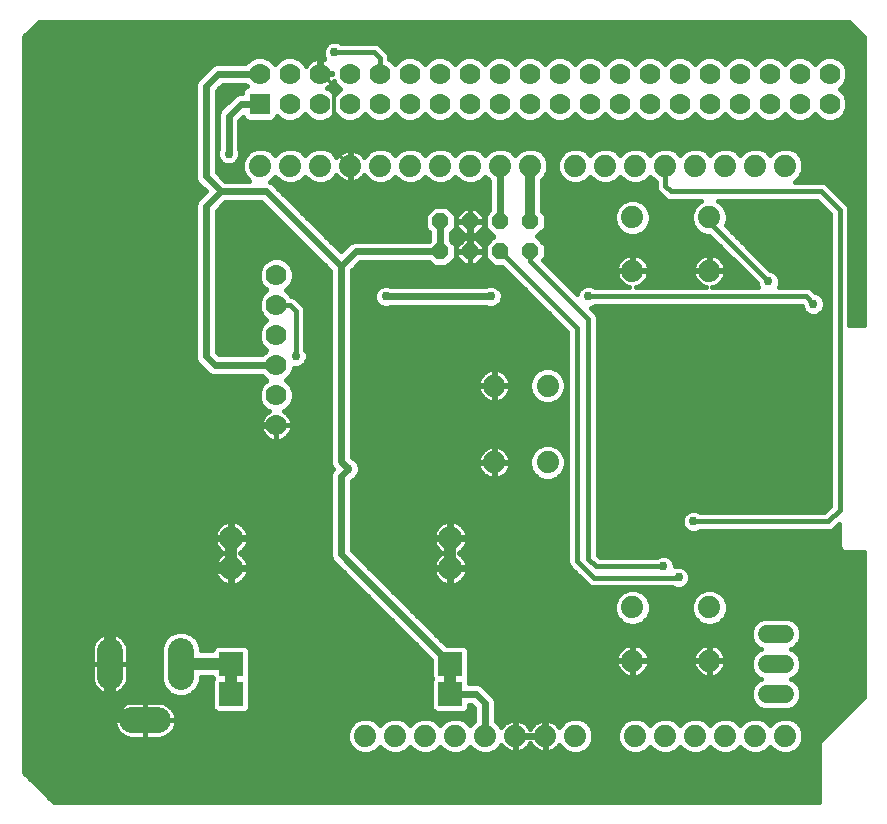
<source format=gbl>
G75*
%MOIN*%
%OFA0B0*%
%FSLAX25Y25*%
%IPPOS*%
%LPD*%
%AMOC8*
5,1,8,0,0,1.08239X$1,22.5*
%
%ADD10C,0.08600*%
%ADD11C,0.07400*%
%ADD12C,0.06000*%
%ADD13C,0.07874*%
%ADD14R,0.07874X0.07874*%
%ADD15R,0.07000X0.07000*%
%ADD16C,0.07000*%
%ADD17OC8,0.05600*%
%ADD18C,0.04000*%
%ADD19C,0.02400*%
%ADD20C,0.02978*%
%ADD21C,0.01200*%
%ADD22C,0.01600*%
%ADD23OC8,0.02978*%
%ADD24C,0.03200*%
D10*
X0059924Y0031524D02*
X0068524Y0031524D01*
X0076035Y0046121D02*
X0076035Y0054721D01*
X0052413Y0054721D02*
X0052413Y0046121D01*
D11*
X0137524Y0026321D03*
X0147524Y0026321D03*
X0157524Y0026321D03*
X0167524Y0026321D03*
X0177524Y0026321D03*
X0187524Y0026321D03*
X0197524Y0026321D03*
X0207524Y0026321D03*
X0227524Y0026321D03*
X0237524Y0026321D03*
X0247524Y0026321D03*
X0257524Y0026321D03*
X0267524Y0026321D03*
X0277524Y0026321D03*
X0252224Y0051421D03*
X0252224Y0069221D03*
X0226624Y0069221D03*
X0226624Y0051421D03*
X0198324Y0117521D03*
X0180524Y0117521D03*
X0180524Y0143121D03*
X0198324Y0143121D03*
X0226624Y0181421D03*
X0226624Y0199221D03*
X0227524Y0216321D03*
X0237524Y0216321D03*
X0247524Y0216321D03*
X0257524Y0216321D03*
X0267524Y0216321D03*
X0277524Y0216321D03*
X0252224Y0199221D03*
X0252224Y0181421D03*
X0217524Y0216321D03*
X0207524Y0216321D03*
X0192524Y0216321D03*
X0182524Y0216321D03*
X0172524Y0216321D03*
X0162524Y0216321D03*
X0152524Y0216321D03*
X0142524Y0216321D03*
X0132524Y0216321D03*
X0122524Y0216321D03*
X0112524Y0216321D03*
X0102524Y0216321D03*
D12*
X0271424Y0060321D02*
X0277424Y0060321D01*
X0277424Y0050321D02*
X0271424Y0050321D01*
X0271424Y0040321D02*
X0277424Y0040321D01*
D13*
X0165924Y0082321D03*
X0165924Y0092321D03*
X0092924Y0092321D03*
X0092924Y0082321D03*
D14*
X0092924Y0050321D03*
X0092924Y0040321D03*
X0165924Y0040321D03*
X0165924Y0050321D03*
D15*
X0102376Y0237014D03*
D16*
X0112376Y0237014D03*
X0112376Y0247014D03*
X0102376Y0247014D03*
X0122376Y0247014D03*
X0132376Y0247014D03*
X0132376Y0237014D03*
X0122376Y0237014D03*
X0142376Y0237014D03*
X0152376Y0237014D03*
X0152376Y0247014D03*
X0142376Y0247014D03*
X0162376Y0247014D03*
X0172376Y0247014D03*
X0182376Y0247014D03*
X0182376Y0237014D03*
X0172376Y0237014D03*
X0162376Y0237014D03*
X0192376Y0237014D03*
X0202376Y0237014D03*
X0202376Y0247014D03*
X0192376Y0247014D03*
X0212376Y0247014D03*
X0222376Y0247014D03*
X0222376Y0237014D03*
X0212376Y0237014D03*
X0232376Y0237014D03*
X0242376Y0237014D03*
X0242376Y0247014D03*
X0232376Y0247014D03*
X0252376Y0247014D03*
X0262376Y0247014D03*
X0262376Y0237014D03*
X0252376Y0237014D03*
X0272376Y0237014D03*
X0282376Y0237014D03*
X0282376Y0247014D03*
X0272376Y0247014D03*
X0292376Y0247014D03*
X0292376Y0237014D03*
X0107884Y0179921D03*
X0107884Y0169921D03*
X0107884Y0159921D03*
X0107884Y0149921D03*
X0107884Y0139921D03*
X0107884Y0129921D03*
D17*
X0162524Y0187821D03*
X0172524Y0187821D03*
X0182524Y0187821D03*
X0192524Y0187821D03*
X0192524Y0197821D03*
X0182524Y0197821D03*
X0172524Y0197821D03*
X0162524Y0197821D03*
D18*
X0165924Y0092321D02*
X0165924Y0082321D01*
X0165924Y0050321D02*
X0165924Y0040321D01*
X0092924Y0040321D02*
X0092924Y0050321D01*
X0092924Y0050421D01*
X0076035Y0050421D01*
X0052413Y0050421D02*
X0052413Y0037332D01*
X0059424Y0030321D01*
X0060626Y0031524D01*
X0064224Y0031524D01*
X0052413Y0050421D02*
X0052413Y0073310D01*
X0061424Y0082321D01*
X0092924Y0082321D01*
X0092924Y0092321D01*
X0092884Y0092361D01*
D19*
X0092924Y0092321D02*
X0092924Y0119321D01*
X0103524Y0129921D01*
X0107884Y0129921D01*
X0092924Y0119321D02*
X0079424Y0132821D01*
X0079424Y0250321D01*
X0084424Y0255321D01*
X0119424Y0255321D01*
X0122376Y0252368D01*
X0122376Y0247014D01*
X0102376Y0247014D02*
X0088617Y0247014D01*
X0084424Y0242821D01*
X0084424Y0212821D01*
X0089424Y0207821D01*
X0084424Y0202821D01*
X0084424Y0152821D01*
X0087324Y0149921D01*
X0107884Y0149921D01*
X0144424Y0172821D02*
X0179424Y0172821D01*
X0172524Y0187821D02*
X0172524Y0197821D01*
X0162524Y0197821D02*
X0162524Y0187821D01*
X0134424Y0187821D01*
X0129424Y0182821D01*
X0104424Y0207821D01*
X0089424Y0207821D01*
X0091986Y0220384D02*
X0091986Y0232884D01*
X0096117Y0237014D01*
X0102376Y0237014D01*
X0129424Y0182821D02*
X0129424Y0117821D01*
X0131924Y0115321D01*
X0129424Y0112821D01*
X0129424Y0086821D01*
X0165924Y0050321D01*
X0165924Y0040321D02*
X0174424Y0040321D01*
X0177524Y0037221D01*
X0177524Y0026321D01*
X0197524Y0026321D02*
X0197524Y0042221D01*
X0203124Y0047821D01*
X0214424Y0047821D01*
X0197524Y0042221D02*
X0165924Y0073821D01*
X0165924Y0082321D01*
X0216924Y0155321D02*
X0216924Y0167821D01*
X0182524Y0197821D02*
X0182524Y0216321D01*
D20*
X0127299Y0254196D03*
X0091986Y0220384D03*
X0144424Y0172821D03*
X0114424Y0152821D03*
X0131924Y0115321D03*
X0154424Y0111946D03*
X0216924Y0155321D03*
X0216924Y0167821D03*
X0211924Y0172821D03*
X0179424Y0172821D03*
X0271924Y0177821D03*
X0286924Y0170321D03*
X0246924Y0097821D03*
X0236924Y0082821D03*
X0241986Y0079134D03*
X0214424Y0047821D03*
D21*
X0132524Y0216321D02*
X0127236Y0221609D01*
X0127236Y0242821D01*
X0123043Y0247014D01*
X0122376Y0247014D01*
D22*
X0023649Y0259300D02*
X0023649Y0014300D01*
X0033649Y0004300D01*
X0288649Y0004300D01*
X0288649Y0024300D01*
X0303649Y0039300D01*
X0303649Y0087488D01*
X0297411Y0087488D01*
X0296529Y0087854D01*
X0295854Y0088529D01*
X0295488Y0089411D01*
X0295488Y0096860D01*
X0294636Y0096009D01*
X0293736Y0095108D01*
X0292560Y0094621D01*
X0249223Y0094621D01*
X0249127Y0094524D01*
X0247697Y0093932D01*
X0246150Y0093932D01*
X0244721Y0094524D01*
X0243627Y0095618D01*
X0243035Y0097048D01*
X0243035Y0098595D01*
X0243627Y0100024D01*
X0244721Y0101118D01*
X0246150Y0101710D01*
X0247697Y0101710D01*
X0249127Y0101118D01*
X0249223Y0101021D01*
X0290598Y0101021D01*
X0292536Y0102959D01*
X0292536Y0200183D01*
X0288098Y0204621D01*
X0255127Y0204621D01*
X0255679Y0204393D01*
X0257395Y0202677D01*
X0258324Y0200435D01*
X0258324Y0198008D01*
X0257720Y0196550D01*
X0272560Y0181710D01*
X0272697Y0181710D01*
X0274127Y0181118D01*
X0275221Y0180024D01*
X0275813Y0178595D01*
X0275813Y0177048D01*
X0275387Y0176021D01*
X0285060Y0176021D01*
X0286236Y0175534D01*
X0287560Y0174210D01*
X0287697Y0174210D01*
X0289127Y0173618D01*
X0290221Y0172524D01*
X0290813Y0171095D01*
X0290813Y0169548D01*
X0290221Y0168118D01*
X0289127Y0167024D01*
X0287697Y0166432D01*
X0286150Y0166432D01*
X0284721Y0167024D01*
X0283627Y0168118D01*
X0283035Y0169548D01*
X0283035Y0169621D01*
X0214223Y0169621D01*
X0214127Y0169524D01*
X0212797Y0168973D01*
X0214636Y0167134D01*
X0215124Y0165958D01*
X0215124Y0086647D01*
X0215749Y0086021D01*
X0234624Y0086021D01*
X0234721Y0086118D01*
X0236150Y0086710D01*
X0237697Y0086710D01*
X0239127Y0086118D01*
X0240221Y0085024D01*
X0240813Y0083595D01*
X0240813Y0082857D01*
X0241213Y0083023D01*
X0242760Y0083023D01*
X0244189Y0082431D01*
X0245283Y0081337D01*
X0245875Y0079907D01*
X0245875Y0078360D01*
X0245283Y0076931D01*
X0244189Y0075837D01*
X0242760Y0075245D01*
X0241213Y0075245D01*
X0239783Y0075837D01*
X0239749Y0075871D01*
X0213100Y0075871D01*
X0211923Y0076358D01*
X0211023Y0077259D01*
X0206298Y0081983D01*
X0205398Y0082884D01*
X0204911Y0084060D01*
X0204911Y0160908D01*
X0183198Y0182621D01*
X0180370Y0182621D01*
X0177324Y0185667D01*
X0177324Y0189975D01*
X0180170Y0192821D01*
X0177324Y0195667D01*
X0177324Y0199975D01*
X0178924Y0201575D01*
X0178924Y0211295D01*
X0177524Y0212695D01*
X0175979Y0211150D01*
X0173737Y0210221D01*
X0171310Y0210221D01*
X0169068Y0211150D01*
X0167524Y0212695D01*
X0165979Y0211150D01*
X0163737Y0210221D01*
X0161310Y0210221D01*
X0159068Y0211150D01*
X0157524Y0212695D01*
X0155979Y0211150D01*
X0153737Y0210221D01*
X0151310Y0210221D01*
X0149068Y0211150D01*
X0147524Y0212695D01*
X0145979Y0211150D01*
X0143737Y0210221D01*
X0141310Y0210221D01*
X0139068Y0211150D01*
X0137352Y0212866D01*
X0137156Y0213340D01*
X0136719Y0212738D01*
X0136107Y0212126D01*
X0135406Y0211617D01*
X0134635Y0211224D01*
X0133812Y0210957D01*
X0132956Y0210821D01*
X0132724Y0210821D01*
X0132724Y0216121D01*
X0132324Y0216121D01*
X0132324Y0210821D01*
X0132091Y0210821D01*
X0131236Y0210957D01*
X0130412Y0211224D01*
X0129641Y0211617D01*
X0128941Y0212126D01*
X0128328Y0212738D01*
X0127891Y0213340D01*
X0127695Y0212866D01*
X0125979Y0211150D01*
X0123737Y0210221D01*
X0121310Y0210221D01*
X0119068Y0211150D01*
X0117524Y0212695D01*
X0115979Y0211150D01*
X0113737Y0210221D01*
X0111310Y0210221D01*
X0109068Y0211150D01*
X0107524Y0212695D01*
X0105979Y0211150D01*
X0105887Y0211112D01*
X0106463Y0210873D01*
X0107476Y0209860D01*
X0129424Y0187912D01*
X0131372Y0189860D01*
X0132384Y0190873D01*
X0133708Y0191421D01*
X0158770Y0191421D01*
X0158924Y0191575D01*
X0158924Y0194067D01*
X0157324Y0195667D01*
X0157324Y0199975D01*
X0160370Y0203021D01*
X0164678Y0203021D01*
X0167724Y0199975D01*
X0167724Y0195667D01*
X0166124Y0194067D01*
X0166124Y0191575D01*
X0167724Y0189975D01*
X0167724Y0185667D01*
X0164678Y0182621D01*
X0160370Y0182621D01*
X0158770Y0184221D01*
X0135915Y0184221D01*
X0133024Y0181330D01*
X0133024Y0119312D01*
X0133429Y0118907D01*
X0134127Y0118618D01*
X0135221Y0117524D01*
X0135813Y0116095D01*
X0135813Y0114548D01*
X0135221Y0113118D01*
X0134127Y0112024D01*
X0133429Y0111735D01*
X0133024Y0111330D01*
X0133024Y0088312D01*
X0164678Y0056658D01*
X0170338Y0056658D01*
X0171220Y0056293D01*
X0171895Y0055618D01*
X0172261Y0054736D01*
X0172261Y0045907D01*
X0172018Y0045321D01*
X0172261Y0044736D01*
X0172261Y0043921D01*
X0175140Y0043921D01*
X0176463Y0043373D01*
X0177476Y0042360D01*
X0180576Y0039260D01*
X0181124Y0037937D01*
X0181124Y0031348D01*
X0182695Y0029777D01*
X0182891Y0029302D01*
X0183328Y0029904D01*
X0183941Y0030516D01*
X0184641Y0031025D01*
X0185412Y0031418D01*
X0186236Y0031686D01*
X0187091Y0031821D01*
X0187324Y0031821D01*
X0187324Y0026521D01*
X0187724Y0026521D01*
X0197324Y0026521D01*
X0197324Y0031821D01*
X0197091Y0031821D01*
X0196236Y0031686D01*
X0195412Y0031418D01*
X0194641Y0031025D01*
X0193941Y0030516D01*
X0193328Y0029904D01*
X0192820Y0029204D01*
X0192524Y0028623D01*
X0192228Y0029204D01*
X0191719Y0029904D01*
X0191107Y0030516D01*
X0190406Y0031025D01*
X0189635Y0031418D01*
X0188812Y0031686D01*
X0187956Y0031821D01*
X0187724Y0031821D01*
X0187724Y0026521D01*
X0187724Y0026121D01*
X0192024Y0026121D01*
X0197324Y0026121D01*
X0197724Y0026121D01*
X0197724Y0020821D01*
X0197956Y0020821D01*
X0198812Y0020957D01*
X0199635Y0021224D01*
X0200406Y0021617D01*
X0201107Y0022126D01*
X0201719Y0022738D01*
X0202156Y0023340D01*
X0202352Y0022866D01*
X0204068Y0021150D01*
X0206310Y0020221D01*
X0208737Y0020221D01*
X0210979Y0021150D01*
X0212695Y0022866D01*
X0213624Y0025108D01*
X0213624Y0027535D01*
X0212695Y0029777D01*
X0210979Y0031493D01*
X0208737Y0032421D01*
X0206310Y0032421D01*
X0204068Y0031493D01*
X0202352Y0029777D01*
X0202156Y0029302D01*
X0201719Y0029904D01*
X0201107Y0030516D01*
X0200406Y0031025D01*
X0199635Y0031418D01*
X0198812Y0031686D01*
X0197956Y0031821D01*
X0197724Y0031821D01*
X0197724Y0026521D01*
X0197324Y0026521D01*
X0197324Y0026121D01*
X0197324Y0020821D01*
X0197091Y0020821D01*
X0196236Y0020957D01*
X0195412Y0021224D01*
X0194641Y0021617D01*
X0193941Y0022126D01*
X0193328Y0022738D01*
X0192820Y0023439D01*
X0192524Y0024019D01*
X0192228Y0023439D01*
X0191719Y0022738D01*
X0191107Y0022126D01*
X0190406Y0021617D01*
X0189635Y0021224D01*
X0188812Y0020957D01*
X0187956Y0020821D01*
X0187724Y0020821D01*
X0187724Y0026121D01*
X0187324Y0026121D01*
X0187324Y0020821D01*
X0187091Y0020821D01*
X0186236Y0020957D01*
X0185412Y0021224D01*
X0184641Y0021617D01*
X0183941Y0022126D01*
X0183328Y0022738D01*
X0182891Y0023340D01*
X0182695Y0022866D01*
X0180979Y0021150D01*
X0178737Y0020221D01*
X0176310Y0020221D01*
X0174068Y0021150D01*
X0172524Y0022695D01*
X0170979Y0021150D01*
X0168737Y0020221D01*
X0166310Y0020221D01*
X0164068Y0021150D01*
X0162524Y0022695D01*
X0160979Y0021150D01*
X0158737Y0020221D01*
X0156310Y0020221D01*
X0154068Y0021150D01*
X0152524Y0022695D01*
X0150979Y0021150D01*
X0148737Y0020221D01*
X0146310Y0020221D01*
X0144068Y0021150D01*
X0142524Y0022695D01*
X0140979Y0021150D01*
X0138737Y0020221D01*
X0136310Y0020221D01*
X0134068Y0021150D01*
X0132352Y0022866D01*
X0131424Y0025108D01*
X0131424Y0027535D01*
X0132352Y0029777D01*
X0134068Y0031493D01*
X0136310Y0032421D01*
X0138737Y0032421D01*
X0140979Y0031493D01*
X0142524Y0029948D01*
X0144068Y0031493D01*
X0146310Y0032421D01*
X0148737Y0032421D01*
X0150979Y0031493D01*
X0152524Y0029948D01*
X0154068Y0031493D01*
X0156310Y0032421D01*
X0158737Y0032421D01*
X0160979Y0031493D01*
X0162524Y0029948D01*
X0164068Y0031493D01*
X0166310Y0032421D01*
X0168737Y0032421D01*
X0170979Y0031493D01*
X0172524Y0029948D01*
X0173924Y0031348D01*
X0173924Y0035730D01*
X0172932Y0036721D01*
X0172261Y0036721D01*
X0172261Y0035907D01*
X0171895Y0035025D01*
X0171220Y0034350D01*
X0170338Y0033984D01*
X0161509Y0033984D01*
X0160627Y0034350D01*
X0159952Y0035025D01*
X0159587Y0035907D01*
X0159587Y0044736D01*
X0159829Y0045321D01*
X0159587Y0045907D01*
X0159587Y0051567D01*
X0127384Y0083769D01*
X0126372Y0084782D01*
X0125824Y0086105D01*
X0125824Y0113537D01*
X0126372Y0114860D01*
X0126832Y0115321D01*
X0126372Y0115782D01*
X0125824Y0117105D01*
X0125824Y0181330D01*
X0102932Y0204221D01*
X0090915Y0204221D01*
X0088024Y0201330D01*
X0088024Y0154312D01*
X0088815Y0153521D01*
X0103140Y0153521D01*
X0104540Y0154921D01*
X0102882Y0156579D01*
X0101984Y0158748D01*
X0101984Y0161095D01*
X0102882Y0163263D01*
X0104540Y0164921D01*
X0102882Y0166579D01*
X0101984Y0168748D01*
X0101984Y0171095D01*
X0102882Y0173263D01*
X0104540Y0174921D01*
X0102882Y0176579D01*
X0101984Y0178748D01*
X0101984Y0181095D01*
X0102882Y0183263D01*
X0104542Y0184923D01*
X0106710Y0185821D01*
X0109057Y0185821D01*
X0111226Y0184923D01*
X0112885Y0183263D01*
X0113784Y0181095D01*
X0113784Y0178748D01*
X0112885Y0176579D01*
X0111227Y0174921D01*
X0112885Y0173263D01*
X0112944Y0173121D01*
X0112960Y0173121D01*
X0114136Y0172634D01*
X0115036Y0171734D01*
X0117136Y0169634D01*
X0117624Y0168458D01*
X0117624Y0155121D01*
X0117721Y0155024D01*
X0118313Y0153595D01*
X0118313Y0152048D01*
X0117721Y0150618D01*
X0116627Y0149524D01*
X0115197Y0148932D01*
X0113784Y0148932D01*
X0113784Y0148748D01*
X0112885Y0146579D01*
X0111227Y0144921D01*
X0112885Y0143263D01*
X0113784Y0141095D01*
X0113784Y0138748D01*
X0112885Y0136579D01*
X0111226Y0134919D01*
X0110411Y0134582D01*
X0110661Y0134454D01*
X0111336Y0133964D01*
X0111926Y0133374D01*
X0112417Y0132699D01*
X0112795Y0131956D01*
X0113053Y0131162D01*
X0113184Y0130338D01*
X0113184Y0129921D01*
X0107884Y0129921D01*
X0107884Y0129921D01*
X0107884Y0124621D01*
X0108301Y0124621D01*
X0109125Y0124752D01*
X0109918Y0125009D01*
X0110661Y0125388D01*
X0111336Y0125879D01*
X0111926Y0126468D01*
X0112417Y0127143D01*
X0112795Y0127887D01*
X0113053Y0128680D01*
X0113184Y0129504D01*
X0113184Y0129921D01*
X0107884Y0129921D01*
X0107884Y0129921D01*
X0107884Y0124621D01*
X0107466Y0124621D01*
X0106643Y0124752D01*
X0105849Y0125009D01*
X0105106Y0125388D01*
X0104431Y0125879D01*
X0103841Y0126468D01*
X0103351Y0127143D01*
X0102972Y0127887D01*
X0102714Y0128680D01*
X0102584Y0129504D01*
X0102584Y0129921D01*
X0107883Y0129921D01*
X0107883Y0129921D01*
X0102584Y0129921D01*
X0102584Y0130338D01*
X0102714Y0131162D01*
X0102972Y0131956D01*
X0103351Y0132699D01*
X0103841Y0133374D01*
X0104431Y0133964D01*
X0105106Y0134454D01*
X0105356Y0134582D01*
X0104542Y0134919D01*
X0102882Y0136579D01*
X0101984Y0138748D01*
X0101984Y0141095D01*
X0102882Y0143263D01*
X0104540Y0144921D01*
X0103140Y0146321D01*
X0086608Y0146321D01*
X0085284Y0146869D01*
X0084272Y0147882D01*
X0081372Y0150782D01*
X0080824Y0152105D01*
X0080824Y0203537D01*
X0081372Y0204860D01*
X0082384Y0205873D01*
X0084332Y0207821D01*
X0082384Y0209769D01*
X0081372Y0210782D01*
X0080824Y0212105D01*
X0080824Y0243537D01*
X0081372Y0244860D01*
X0085565Y0249053D01*
X0086577Y0250066D01*
X0087900Y0250614D01*
X0097633Y0250614D01*
X0099034Y0252016D01*
X0101203Y0252914D01*
X0103550Y0252914D01*
X0105718Y0252016D01*
X0107376Y0250358D01*
X0109034Y0252016D01*
X0111203Y0252914D01*
X0113550Y0252914D01*
X0115718Y0252016D01*
X0117378Y0250356D01*
X0117716Y0249541D01*
X0117843Y0249792D01*
X0118334Y0250467D01*
X0118924Y0251057D01*
X0119599Y0251547D01*
X0120342Y0251926D01*
X0121135Y0252184D01*
X0121959Y0252314D01*
X0122192Y0252314D01*
X0122192Y0247198D01*
X0122561Y0247198D01*
X0126476Y0247198D01*
X0126476Y0246830D01*
X0122561Y0246830D01*
X0122561Y0247198D01*
X0122561Y0252314D01*
X0122793Y0252314D01*
X0123617Y0252184D01*
X0123970Y0252069D01*
X0123410Y0253423D01*
X0123410Y0254970D01*
X0124002Y0256399D01*
X0125096Y0257493D01*
X0126525Y0258085D01*
X0128072Y0258085D01*
X0129502Y0257493D01*
X0129598Y0257396D01*
X0141185Y0257396D01*
X0142361Y0256909D01*
X0143261Y0256009D01*
X0143261Y0256009D01*
X0144189Y0255081D01*
X0144189Y0255081D01*
X0145089Y0254181D01*
X0145576Y0253005D01*
X0145576Y0252075D01*
X0145718Y0252016D01*
X0147376Y0250358D01*
X0149034Y0252016D01*
X0151203Y0252914D01*
X0153550Y0252914D01*
X0155718Y0252016D01*
X0157376Y0250358D01*
X0159034Y0252016D01*
X0161203Y0252914D01*
X0163550Y0252914D01*
X0165718Y0252016D01*
X0167376Y0250358D01*
X0169034Y0252016D01*
X0171203Y0252914D01*
X0173550Y0252914D01*
X0175718Y0252016D01*
X0177376Y0250358D01*
X0179034Y0252016D01*
X0181203Y0252914D01*
X0183550Y0252914D01*
X0185718Y0252016D01*
X0187376Y0250358D01*
X0189034Y0252016D01*
X0191203Y0252914D01*
X0193550Y0252914D01*
X0195718Y0252016D01*
X0197376Y0250358D01*
X0199034Y0252016D01*
X0201203Y0252914D01*
X0203550Y0252914D01*
X0205718Y0252016D01*
X0207376Y0250358D01*
X0209034Y0252016D01*
X0211203Y0252914D01*
X0213550Y0252914D01*
X0215718Y0252016D01*
X0217376Y0250358D01*
X0219034Y0252016D01*
X0221203Y0252914D01*
X0223550Y0252914D01*
X0225718Y0252016D01*
X0227376Y0250358D01*
X0229034Y0252016D01*
X0231203Y0252914D01*
X0233550Y0252914D01*
X0235718Y0252016D01*
X0237376Y0250358D01*
X0239034Y0252016D01*
X0241203Y0252914D01*
X0243550Y0252914D01*
X0245718Y0252016D01*
X0247376Y0250358D01*
X0249034Y0252016D01*
X0251203Y0252914D01*
X0253550Y0252914D01*
X0255718Y0252016D01*
X0257376Y0250358D01*
X0259034Y0252016D01*
X0261203Y0252914D01*
X0263550Y0252914D01*
X0265718Y0252016D01*
X0267376Y0250358D01*
X0269034Y0252016D01*
X0271203Y0252914D01*
X0273550Y0252914D01*
X0275718Y0252016D01*
X0277376Y0250358D01*
X0279034Y0252016D01*
X0281203Y0252914D01*
X0283550Y0252914D01*
X0285718Y0252016D01*
X0287376Y0250358D01*
X0289034Y0252016D01*
X0291203Y0252914D01*
X0293550Y0252914D01*
X0295718Y0252016D01*
X0297378Y0250356D01*
X0298276Y0248188D01*
X0298276Y0245841D01*
X0297378Y0243672D01*
X0295720Y0242014D01*
X0297378Y0240356D01*
X0298276Y0238188D01*
X0298276Y0235841D01*
X0297378Y0233672D01*
X0295718Y0232012D01*
X0293550Y0231114D01*
X0291203Y0231114D01*
X0289034Y0232012D01*
X0287376Y0233670D01*
X0285718Y0232012D01*
X0283550Y0231114D01*
X0281203Y0231114D01*
X0279034Y0232012D01*
X0277376Y0233670D01*
X0275718Y0232012D01*
X0273550Y0231114D01*
X0271203Y0231114D01*
X0269034Y0232012D01*
X0267376Y0233670D01*
X0265718Y0232012D01*
X0263550Y0231114D01*
X0261203Y0231114D01*
X0259034Y0232012D01*
X0257376Y0233670D01*
X0255718Y0232012D01*
X0253550Y0231114D01*
X0251203Y0231114D01*
X0249034Y0232012D01*
X0247376Y0233670D01*
X0245718Y0232012D01*
X0243550Y0231114D01*
X0241203Y0231114D01*
X0239034Y0232012D01*
X0237376Y0233670D01*
X0235718Y0232012D01*
X0233550Y0231114D01*
X0231203Y0231114D01*
X0229034Y0232012D01*
X0227376Y0233670D01*
X0225718Y0232012D01*
X0223550Y0231114D01*
X0221203Y0231114D01*
X0219034Y0232012D01*
X0217376Y0233670D01*
X0215718Y0232012D01*
X0213550Y0231114D01*
X0211203Y0231114D01*
X0209034Y0232012D01*
X0207376Y0233670D01*
X0205718Y0232012D01*
X0203550Y0231114D01*
X0201203Y0231114D01*
X0199034Y0232012D01*
X0197376Y0233670D01*
X0195718Y0232012D01*
X0193550Y0231114D01*
X0191203Y0231114D01*
X0189034Y0232012D01*
X0187376Y0233670D01*
X0185718Y0232012D01*
X0183550Y0231114D01*
X0181203Y0231114D01*
X0179034Y0232012D01*
X0177376Y0233670D01*
X0175718Y0232012D01*
X0173550Y0231114D01*
X0171203Y0231114D01*
X0169034Y0232012D01*
X0167376Y0233670D01*
X0165718Y0232012D01*
X0163550Y0231114D01*
X0161203Y0231114D01*
X0159034Y0232012D01*
X0157376Y0233670D01*
X0155718Y0232012D01*
X0153550Y0231114D01*
X0151203Y0231114D01*
X0149034Y0232012D01*
X0147376Y0233670D01*
X0145718Y0232012D01*
X0143550Y0231114D01*
X0141203Y0231114D01*
X0139034Y0232012D01*
X0137376Y0233670D01*
X0135718Y0232012D01*
X0133550Y0231114D01*
X0131203Y0231114D01*
X0129034Y0232012D01*
X0127376Y0233670D01*
X0125718Y0232012D01*
X0123550Y0231114D01*
X0121203Y0231114D01*
X0119034Y0232012D01*
X0117376Y0233670D01*
X0115718Y0232012D01*
X0113550Y0231114D01*
X0111203Y0231114D01*
X0109034Y0232012D01*
X0108198Y0232848D01*
X0107911Y0232155D01*
X0107236Y0231479D01*
X0106354Y0231114D01*
X0098399Y0231114D01*
X0097517Y0231479D01*
X0096842Y0232155D01*
X0096697Y0232504D01*
X0095586Y0231393D01*
X0095586Y0221855D01*
X0095875Y0221157D01*
X0095875Y0219610D01*
X0095283Y0218181D01*
X0094189Y0217087D01*
X0092760Y0216495D01*
X0091213Y0216495D01*
X0089783Y0217087D01*
X0088689Y0218181D01*
X0088097Y0219610D01*
X0088097Y0221157D01*
X0088386Y0221855D01*
X0088386Y0233600D01*
X0088934Y0234923D01*
X0094077Y0240066D01*
X0095400Y0240614D01*
X0096476Y0240614D01*
X0096476Y0240991D01*
X0096842Y0241874D01*
X0097517Y0242549D01*
X0098211Y0242836D01*
X0097633Y0243414D01*
X0090108Y0243414D01*
X0088024Y0241330D01*
X0088024Y0214312D01*
X0090915Y0211421D01*
X0098797Y0211421D01*
X0097352Y0212866D01*
X0096424Y0215108D01*
X0096424Y0217535D01*
X0097352Y0219777D01*
X0099068Y0221493D01*
X0101310Y0222421D01*
X0103737Y0222421D01*
X0105979Y0221493D01*
X0107524Y0219948D01*
X0109068Y0221493D01*
X0111310Y0222421D01*
X0113737Y0222421D01*
X0115979Y0221493D01*
X0117524Y0219948D01*
X0119068Y0221493D01*
X0121310Y0222421D01*
X0123737Y0222421D01*
X0125979Y0221493D01*
X0127695Y0219777D01*
X0127891Y0219302D01*
X0128328Y0219904D01*
X0128941Y0220516D01*
X0129641Y0221025D01*
X0130412Y0221418D01*
X0131236Y0221686D01*
X0132091Y0221821D01*
X0132324Y0221821D01*
X0132324Y0216521D01*
X0132724Y0216521D01*
X0132724Y0221821D01*
X0132956Y0221821D01*
X0133812Y0221686D01*
X0134635Y0221418D01*
X0135406Y0221025D01*
X0136107Y0220516D01*
X0136719Y0219904D01*
X0137156Y0219302D01*
X0137352Y0219777D01*
X0139068Y0221493D01*
X0141310Y0222421D01*
X0143737Y0222421D01*
X0145979Y0221493D01*
X0147524Y0219948D01*
X0149068Y0221493D01*
X0151310Y0222421D01*
X0153737Y0222421D01*
X0155979Y0221493D01*
X0157524Y0219948D01*
X0159068Y0221493D01*
X0161310Y0222421D01*
X0163737Y0222421D01*
X0165979Y0221493D01*
X0167524Y0219948D01*
X0169068Y0221493D01*
X0171310Y0222421D01*
X0173737Y0222421D01*
X0175979Y0221493D01*
X0177524Y0219948D01*
X0179068Y0221493D01*
X0181310Y0222421D01*
X0183737Y0222421D01*
X0185979Y0221493D01*
X0187524Y0219948D01*
X0189068Y0221493D01*
X0191310Y0222421D01*
X0193737Y0222421D01*
X0195979Y0221493D01*
X0197695Y0219777D01*
X0198624Y0217535D01*
X0198624Y0215108D01*
X0197695Y0212866D01*
X0196524Y0211695D01*
X0196524Y0201175D01*
X0197724Y0199975D01*
X0197724Y0195667D01*
X0194878Y0192821D01*
X0197724Y0189975D01*
X0197724Y0185667D01*
X0196913Y0184857D01*
X0208076Y0173694D01*
X0208627Y0175024D01*
X0209721Y0176118D01*
X0211150Y0176710D01*
X0212697Y0176710D01*
X0214127Y0176118D01*
X0214223Y0176021D01*
X0225560Y0176021D01*
X0225336Y0176057D01*
X0224512Y0176324D01*
X0223741Y0176717D01*
X0223041Y0177226D01*
X0222428Y0177838D01*
X0221920Y0178539D01*
X0221527Y0179310D01*
X0221259Y0180133D01*
X0221124Y0180988D01*
X0221124Y0181221D01*
X0226424Y0181221D01*
X0226424Y0181621D01*
X0226424Y0186921D01*
X0226191Y0186921D01*
X0225336Y0186786D01*
X0224512Y0186518D01*
X0223741Y0186125D01*
X0223041Y0185616D01*
X0222428Y0185004D01*
X0221920Y0184304D01*
X0221527Y0183532D01*
X0221259Y0182709D01*
X0221124Y0181854D01*
X0221124Y0181621D01*
X0226424Y0181621D01*
X0226824Y0181621D01*
X0232124Y0181621D01*
X0232124Y0181854D01*
X0231988Y0182709D01*
X0231721Y0183532D01*
X0231328Y0184304D01*
X0230819Y0185004D01*
X0230207Y0185616D01*
X0229506Y0186125D01*
X0228735Y0186518D01*
X0227912Y0186786D01*
X0227056Y0186921D01*
X0226824Y0186921D01*
X0226824Y0181621D01*
X0226824Y0181221D01*
X0232124Y0181221D01*
X0232124Y0180988D01*
X0231988Y0180133D01*
X0231721Y0179310D01*
X0231328Y0178539D01*
X0230819Y0177838D01*
X0230207Y0177226D01*
X0229506Y0176717D01*
X0228735Y0176324D01*
X0227912Y0176057D01*
X0227688Y0176021D01*
X0251160Y0176021D01*
X0250936Y0176057D01*
X0250112Y0176324D01*
X0249341Y0176717D01*
X0248641Y0177226D01*
X0248028Y0177838D01*
X0247520Y0178539D01*
X0247127Y0179310D01*
X0246859Y0180133D01*
X0246724Y0180988D01*
X0246724Y0181221D01*
X0252024Y0181221D01*
X0252024Y0181621D01*
X0252024Y0186921D01*
X0251791Y0186921D01*
X0250936Y0186786D01*
X0250112Y0186518D01*
X0249341Y0186125D01*
X0248641Y0185616D01*
X0248028Y0185004D01*
X0247520Y0184304D01*
X0247127Y0183532D01*
X0246859Y0182709D01*
X0246724Y0181854D01*
X0246724Y0181621D01*
X0252024Y0181621D01*
X0252424Y0181621D01*
X0257724Y0181621D01*
X0257724Y0181854D01*
X0257588Y0182709D01*
X0257321Y0183532D01*
X0256928Y0184304D01*
X0256419Y0185004D01*
X0255807Y0185616D01*
X0255106Y0186125D01*
X0254335Y0186518D01*
X0253512Y0186786D01*
X0252656Y0186921D01*
X0252424Y0186921D01*
X0252424Y0181621D01*
X0252424Y0181221D01*
X0257724Y0181221D01*
X0257724Y0180988D01*
X0257588Y0180133D01*
X0257321Y0179310D01*
X0256928Y0178539D01*
X0256419Y0177838D01*
X0255807Y0177226D01*
X0255106Y0176717D01*
X0254335Y0176324D01*
X0253512Y0176057D01*
X0253288Y0176021D01*
X0268460Y0176021D01*
X0268035Y0177048D01*
X0268035Y0177185D01*
X0252098Y0193121D01*
X0251010Y0193121D01*
X0248768Y0194050D01*
X0247052Y0195766D01*
X0246124Y0198008D01*
X0246124Y0200435D01*
X0247052Y0202677D01*
X0248768Y0204393D01*
X0249320Y0204621D01*
X0238787Y0204621D01*
X0237611Y0205108D01*
X0236711Y0206009D01*
X0234811Y0207909D01*
X0234324Y0209085D01*
X0234324Y0211044D01*
X0234068Y0211150D01*
X0232524Y0212695D01*
X0230979Y0211150D01*
X0228737Y0210221D01*
X0226310Y0210221D01*
X0224068Y0211150D01*
X0222524Y0212695D01*
X0220979Y0211150D01*
X0218737Y0210221D01*
X0216310Y0210221D01*
X0214068Y0211150D01*
X0212524Y0212695D01*
X0210979Y0211150D01*
X0208737Y0210221D01*
X0206310Y0210221D01*
X0204068Y0211150D01*
X0202352Y0212866D01*
X0201424Y0215108D01*
X0201424Y0217535D01*
X0202352Y0219777D01*
X0204068Y0221493D01*
X0206310Y0222421D01*
X0208737Y0222421D01*
X0210979Y0221493D01*
X0212524Y0219948D01*
X0214068Y0221493D01*
X0216310Y0222421D01*
X0218737Y0222421D01*
X0220979Y0221493D01*
X0222524Y0219948D01*
X0224068Y0221493D01*
X0226310Y0222421D01*
X0228737Y0222421D01*
X0230979Y0221493D01*
X0232524Y0219948D01*
X0234068Y0221493D01*
X0236310Y0222421D01*
X0238737Y0222421D01*
X0240979Y0221493D01*
X0242524Y0219948D01*
X0244068Y0221493D01*
X0246310Y0222421D01*
X0248737Y0222421D01*
X0250979Y0221493D01*
X0252524Y0219948D01*
X0254068Y0221493D01*
X0256310Y0222421D01*
X0258737Y0222421D01*
X0260979Y0221493D01*
X0262524Y0219948D01*
X0264068Y0221493D01*
X0266310Y0222421D01*
X0268737Y0222421D01*
X0270979Y0221493D01*
X0272524Y0219948D01*
X0274068Y0221493D01*
X0276310Y0222421D01*
X0278737Y0222421D01*
X0280979Y0221493D01*
X0282695Y0219777D01*
X0283624Y0217535D01*
X0283624Y0215108D01*
X0282695Y0212866D01*
X0280979Y0211150D01*
X0280668Y0211021D01*
X0290060Y0211021D01*
X0291236Y0210534D01*
X0297549Y0204222D01*
X0298449Y0203321D01*
X0298936Y0202145D01*
X0298936Y0163154D01*
X0303649Y0163154D01*
X0303649Y0259300D01*
X0298649Y0264300D01*
X0028649Y0264300D01*
X0023649Y0259300D01*
X0024206Y0259857D02*
X0303092Y0259857D01*
X0303649Y0258259D02*
X0023649Y0258259D01*
X0023649Y0256660D02*
X0124263Y0256660D01*
X0123448Y0255062D02*
X0023649Y0255062D01*
X0023649Y0253463D02*
X0123410Y0253463D01*
X0122561Y0251865D02*
X0122192Y0251865D01*
X0122192Y0250266D02*
X0122561Y0250266D01*
X0122561Y0248668D02*
X0122192Y0248668D01*
X0122561Y0247069D02*
X0126476Y0247069D01*
X0127037Y0244487D02*
X0127375Y0243672D01*
X0129033Y0242014D01*
X0127376Y0240358D01*
X0125718Y0242016D01*
X0124904Y0242353D01*
X0125154Y0242481D01*
X0125829Y0242971D01*
X0126419Y0243561D01*
X0126909Y0244236D01*
X0127037Y0244487D01*
X0127292Y0243872D02*
X0126645Y0243872D01*
X0125096Y0242274D02*
X0128773Y0242274D01*
X0127694Y0240675D02*
X0127059Y0240675D01*
X0126389Y0232683D02*
X0128364Y0232683D01*
X0136389Y0232683D02*
X0138364Y0232683D01*
X0146389Y0232683D02*
X0148364Y0232683D01*
X0156389Y0232683D02*
X0158364Y0232683D01*
X0166389Y0232683D02*
X0168364Y0232683D01*
X0176389Y0232683D02*
X0178364Y0232683D01*
X0186389Y0232683D02*
X0188364Y0232683D01*
X0196389Y0232683D02*
X0198364Y0232683D01*
X0206389Y0232683D02*
X0208364Y0232683D01*
X0216389Y0232683D02*
X0218364Y0232683D01*
X0226389Y0232683D02*
X0228364Y0232683D01*
X0236389Y0232683D02*
X0238364Y0232683D01*
X0246389Y0232683D02*
X0248364Y0232683D01*
X0256389Y0232683D02*
X0258364Y0232683D01*
X0266389Y0232683D02*
X0268364Y0232683D01*
X0276389Y0232683D02*
X0278364Y0232683D01*
X0286389Y0232683D02*
X0288364Y0232683D01*
X0296389Y0232683D02*
X0303649Y0232683D01*
X0303649Y0234281D02*
X0297630Y0234281D01*
X0298276Y0235880D02*
X0303649Y0235880D01*
X0303649Y0237478D02*
X0298276Y0237478D01*
X0297908Y0239077D02*
X0303649Y0239077D01*
X0303649Y0240675D02*
X0297059Y0240675D01*
X0295980Y0242274D02*
X0303649Y0242274D01*
X0303649Y0243872D02*
X0297461Y0243872D01*
X0298123Y0245471D02*
X0303649Y0245471D01*
X0303649Y0247069D02*
X0298276Y0247069D01*
X0298078Y0248668D02*
X0303649Y0248668D01*
X0303649Y0250266D02*
X0297415Y0250266D01*
X0295870Y0251865D02*
X0303649Y0251865D01*
X0303649Y0253463D02*
X0145387Y0253463D01*
X0145870Y0251865D02*
X0148883Y0251865D01*
X0144208Y0255062D02*
X0303649Y0255062D01*
X0303649Y0256660D02*
X0142610Y0256660D01*
X0140549Y0254196D02*
X0142376Y0252368D01*
X0142376Y0247014D01*
X0140549Y0254196D02*
X0127299Y0254196D01*
X0120222Y0251865D02*
X0115870Y0251865D01*
X0117415Y0250266D02*
X0118188Y0250266D01*
X0108883Y0251865D02*
X0105870Y0251865D01*
X0098883Y0251865D02*
X0023649Y0251865D01*
X0023649Y0250266D02*
X0087061Y0250266D01*
X0085179Y0248668D02*
X0023649Y0248668D01*
X0023649Y0247069D02*
X0083581Y0247069D01*
X0081982Y0245471D02*
X0023649Y0245471D01*
X0023649Y0243872D02*
X0080962Y0243872D01*
X0080824Y0242274D02*
X0023649Y0242274D01*
X0023649Y0240675D02*
X0080824Y0240675D01*
X0080824Y0239077D02*
X0023649Y0239077D01*
X0023649Y0237478D02*
X0080824Y0237478D01*
X0080824Y0235880D02*
X0023649Y0235880D01*
X0023649Y0234281D02*
X0080824Y0234281D01*
X0080824Y0232683D02*
X0023649Y0232683D01*
X0023649Y0231084D02*
X0080824Y0231084D01*
X0080824Y0229486D02*
X0023649Y0229486D01*
X0023649Y0227887D02*
X0080824Y0227887D01*
X0080824Y0226289D02*
X0023649Y0226289D01*
X0023649Y0224690D02*
X0080824Y0224690D01*
X0080824Y0223092D02*
X0023649Y0223092D01*
X0023649Y0221493D02*
X0080824Y0221493D01*
X0080824Y0219895D02*
X0023649Y0219895D01*
X0023649Y0218296D02*
X0080824Y0218296D01*
X0080824Y0216698D02*
X0023649Y0216698D01*
X0023649Y0215099D02*
X0080824Y0215099D01*
X0080824Y0213501D02*
X0023649Y0213501D01*
X0023649Y0211902D02*
X0080908Y0211902D01*
X0081850Y0210303D02*
X0023649Y0210303D01*
X0023649Y0208705D02*
X0083449Y0208705D01*
X0083618Y0207106D02*
X0023649Y0207106D01*
X0023649Y0205508D02*
X0082019Y0205508D01*
X0080978Y0203909D02*
X0023649Y0203909D01*
X0023649Y0202311D02*
X0080824Y0202311D01*
X0080824Y0200712D02*
X0023649Y0200712D01*
X0023649Y0199114D02*
X0080824Y0199114D01*
X0080824Y0197515D02*
X0023649Y0197515D01*
X0023649Y0195917D02*
X0080824Y0195917D01*
X0080824Y0194318D02*
X0023649Y0194318D01*
X0023649Y0192720D02*
X0080824Y0192720D01*
X0080824Y0191121D02*
X0023649Y0191121D01*
X0023649Y0189523D02*
X0080824Y0189523D01*
X0080824Y0187924D02*
X0023649Y0187924D01*
X0023649Y0186326D02*
X0080824Y0186326D01*
X0080824Y0184727D02*
X0023649Y0184727D01*
X0023649Y0183129D02*
X0080824Y0183129D01*
X0080824Y0181530D02*
X0023649Y0181530D01*
X0023649Y0179932D02*
X0080824Y0179932D01*
X0080824Y0178333D02*
X0023649Y0178333D01*
X0023649Y0176735D02*
X0080824Y0176735D01*
X0080824Y0175136D02*
X0023649Y0175136D01*
X0023649Y0173538D02*
X0080824Y0173538D01*
X0080824Y0171939D02*
X0023649Y0171939D01*
X0023649Y0170341D02*
X0080824Y0170341D01*
X0080824Y0168742D02*
X0023649Y0168742D01*
X0023649Y0167144D02*
X0080824Y0167144D01*
X0080824Y0165545D02*
X0023649Y0165545D01*
X0023649Y0163947D02*
X0080824Y0163947D01*
X0080824Y0162348D02*
X0023649Y0162348D01*
X0023649Y0160750D02*
X0080824Y0160750D01*
X0080824Y0159151D02*
X0023649Y0159151D01*
X0023649Y0157553D02*
X0080824Y0157553D01*
X0080824Y0155954D02*
X0023649Y0155954D01*
X0023649Y0154356D02*
X0080824Y0154356D01*
X0080824Y0152757D02*
X0023649Y0152757D01*
X0023649Y0151159D02*
X0081216Y0151159D01*
X0082594Y0149560D02*
X0023649Y0149560D01*
X0023649Y0147962D02*
X0084192Y0147962D01*
X0086507Y0146363D02*
X0023649Y0146363D01*
X0023649Y0144765D02*
X0104383Y0144765D01*
X0102842Y0143166D02*
X0023649Y0143166D01*
X0023649Y0141568D02*
X0102179Y0141568D01*
X0101984Y0139969D02*
X0023649Y0139969D01*
X0023649Y0138370D02*
X0102140Y0138370D01*
X0102802Y0136772D02*
X0023649Y0136772D01*
X0023649Y0135173D02*
X0104287Y0135173D01*
X0104042Y0133575D02*
X0023649Y0133575D01*
X0023649Y0131976D02*
X0102983Y0131976D01*
X0102590Y0130378D02*
X0023649Y0130378D01*
X0023649Y0128779D02*
X0102698Y0128779D01*
X0103332Y0127181D02*
X0023649Y0127181D01*
X0023649Y0125582D02*
X0104839Y0125582D01*
X0107884Y0125582D02*
X0107884Y0125582D01*
X0107884Y0127181D02*
X0107884Y0127181D01*
X0107884Y0128779D02*
X0107884Y0128779D01*
X0110929Y0125582D02*
X0125824Y0125582D01*
X0125824Y0123984D02*
X0023649Y0123984D01*
X0023649Y0122385D02*
X0125824Y0122385D01*
X0125824Y0120787D02*
X0023649Y0120787D01*
X0023649Y0119188D02*
X0125824Y0119188D01*
X0125824Y0117590D02*
X0023649Y0117590D01*
X0023649Y0115991D02*
X0126285Y0115991D01*
X0126178Y0114393D02*
X0023649Y0114393D01*
X0023649Y0112794D02*
X0125824Y0112794D01*
X0125824Y0111196D02*
X0023649Y0111196D01*
X0023649Y0109597D02*
X0125824Y0109597D01*
X0125824Y0107999D02*
X0023649Y0107999D01*
X0023649Y0106400D02*
X0125824Y0106400D01*
X0125824Y0104802D02*
X0023649Y0104802D01*
X0023649Y0103203D02*
X0125824Y0103203D01*
X0125824Y0101605D02*
X0023649Y0101605D01*
X0023649Y0100006D02*
X0125824Y0100006D01*
X0125824Y0098408D02*
X0023649Y0098408D01*
X0023649Y0096809D02*
X0089340Y0096809D01*
X0089186Y0096697D02*
X0089917Y0097228D01*
X0090721Y0097638D01*
X0091580Y0097917D01*
X0092472Y0098058D01*
X0092542Y0098058D01*
X0092542Y0092702D01*
X0092542Y0091940D01*
X0087187Y0091940D01*
X0087187Y0091870D01*
X0087328Y0090978D01*
X0087607Y0090119D01*
X0088017Y0089314D01*
X0088548Y0088584D01*
X0089186Y0087945D01*
X0089917Y0087414D01*
X0090100Y0087321D01*
X0089917Y0087228D01*
X0089186Y0086697D01*
X0088548Y0086059D01*
X0088017Y0085328D01*
X0087607Y0084523D01*
X0087328Y0083665D01*
X0087187Y0082773D01*
X0087187Y0082702D01*
X0092542Y0082702D01*
X0092542Y0081940D01*
X0087187Y0081940D01*
X0087187Y0081870D01*
X0087328Y0080978D01*
X0087607Y0080119D01*
X0088017Y0079314D01*
X0088548Y0078584D01*
X0089186Y0077945D01*
X0089917Y0077414D01*
X0090721Y0077005D01*
X0091580Y0076725D01*
X0092472Y0076584D01*
X0092542Y0076584D01*
X0092542Y0081940D01*
X0093305Y0081940D01*
X0093305Y0082702D01*
X0098661Y0082702D01*
X0098661Y0082773D01*
X0098519Y0083665D01*
X0098240Y0084523D01*
X0097830Y0085328D01*
X0097300Y0086059D01*
X0096661Y0086697D01*
X0095930Y0087228D01*
X0095747Y0087321D01*
X0095930Y0087414D01*
X0096661Y0087945D01*
X0097300Y0088584D01*
X0097830Y0089314D01*
X0098240Y0090119D01*
X0098519Y0090978D01*
X0098661Y0091870D01*
X0098661Y0091940D01*
X0093305Y0091940D01*
X0093305Y0092702D01*
X0098661Y0092702D01*
X0098661Y0092773D01*
X0098519Y0093665D01*
X0098240Y0094523D01*
X0097830Y0095328D01*
X0097300Y0096059D01*
X0096661Y0096697D01*
X0095930Y0097228D01*
X0095126Y0097638D01*
X0094267Y0097917D01*
X0093375Y0098058D01*
X0093305Y0098058D01*
X0093305Y0092702D01*
X0092542Y0092702D01*
X0087187Y0092702D01*
X0087187Y0092773D01*
X0087328Y0093665D01*
X0087607Y0094523D01*
X0088017Y0095328D01*
X0088548Y0096059D01*
X0089186Y0096697D01*
X0087957Y0095211D02*
X0023649Y0095211D01*
X0023649Y0093612D02*
X0087320Y0093612D01*
X0087511Y0090415D02*
X0023649Y0090415D01*
X0023649Y0088817D02*
X0088378Y0088817D01*
X0089903Y0087218D02*
X0023649Y0087218D01*
X0023649Y0085620D02*
X0088229Y0085620D01*
X0087444Y0084021D02*
X0023649Y0084021D01*
X0023649Y0082423D02*
X0092542Y0082423D01*
X0092542Y0082702D02*
X0092542Y0088058D01*
X0092542Y0091940D01*
X0093305Y0091940D01*
X0093305Y0082702D01*
X0092542Y0082702D01*
X0093305Y0082423D02*
X0128731Y0082423D01*
X0127133Y0084021D02*
X0098404Y0084021D01*
X0097619Y0085620D02*
X0126025Y0085620D01*
X0125824Y0087218D02*
X0095944Y0087218D01*
X0097469Y0088817D02*
X0125824Y0088817D01*
X0125824Y0090415D02*
X0098337Y0090415D01*
X0098528Y0093612D02*
X0125824Y0093612D01*
X0125824Y0092014D02*
X0093305Y0092014D01*
X0092542Y0092014D02*
X0023649Y0092014D01*
X0023649Y0080824D02*
X0087378Y0080824D01*
X0088081Y0079226D02*
X0023649Y0079226D01*
X0023649Y0077627D02*
X0089624Y0077627D01*
X0092542Y0077627D02*
X0093305Y0077627D01*
X0093305Y0076584D02*
X0093375Y0076584D01*
X0094267Y0076725D01*
X0095126Y0077005D01*
X0095930Y0077414D01*
X0096661Y0077945D01*
X0097300Y0078584D01*
X0097830Y0079314D01*
X0098240Y0080119D01*
X0098519Y0080978D01*
X0098661Y0081870D01*
X0098661Y0081940D01*
X0093305Y0081940D01*
X0093305Y0076584D01*
X0093305Y0079226D02*
X0092542Y0079226D01*
X0092542Y0080824D02*
X0093305Y0080824D01*
X0093305Y0084021D02*
X0092542Y0084021D01*
X0092542Y0085620D02*
X0093305Y0085620D01*
X0093305Y0087218D02*
X0092542Y0087218D01*
X0092542Y0088817D02*
X0093305Y0088817D01*
X0093305Y0090415D02*
X0092542Y0090415D01*
X0092542Y0093612D02*
X0093305Y0093612D01*
X0093305Y0095211D02*
X0092542Y0095211D01*
X0092542Y0096809D02*
X0093305Y0096809D01*
X0096507Y0096809D02*
X0125824Y0096809D01*
X0125824Y0095211D02*
X0097890Y0095211D01*
X0098469Y0080824D02*
X0130330Y0080824D01*
X0131928Y0079226D02*
X0097766Y0079226D01*
X0096223Y0077627D02*
X0133527Y0077627D01*
X0135125Y0076029D02*
X0023649Y0076029D01*
X0023649Y0074430D02*
X0136724Y0074430D01*
X0138322Y0072832D02*
X0023649Y0072832D01*
X0023649Y0071233D02*
X0139921Y0071233D01*
X0141519Y0069634D02*
X0023649Y0069634D01*
X0023649Y0068036D02*
X0143118Y0068036D01*
X0144716Y0066437D02*
X0023649Y0066437D01*
X0023649Y0064839D02*
X0146315Y0064839D01*
X0147913Y0063240D02*
X0023649Y0063240D01*
X0023649Y0061642D02*
X0149512Y0061642D01*
X0151110Y0060043D02*
X0080188Y0060043D01*
X0079830Y0060401D02*
X0077367Y0061421D01*
X0074702Y0061421D01*
X0072239Y0060401D01*
X0070355Y0058516D01*
X0069335Y0056054D01*
X0069335Y0044788D01*
X0070355Y0042326D01*
X0072239Y0040441D01*
X0074702Y0039421D01*
X0077367Y0039421D01*
X0079830Y0040441D01*
X0081715Y0042326D01*
X0082735Y0044788D01*
X0082735Y0046021D01*
X0086587Y0046021D01*
X0086587Y0045907D01*
X0086829Y0045321D01*
X0086587Y0044736D01*
X0086587Y0035907D01*
X0086952Y0035025D01*
X0087627Y0034350D01*
X0088509Y0033984D01*
X0097338Y0033984D01*
X0098220Y0034350D01*
X0098895Y0035025D01*
X0099261Y0035907D01*
X0099261Y0044736D01*
X0099018Y0045321D01*
X0099261Y0045907D01*
X0099261Y0054736D01*
X0098895Y0055618D01*
X0098220Y0056293D01*
X0097338Y0056658D01*
X0088509Y0056658D01*
X0087627Y0056293D01*
X0086952Y0055618D01*
X0086622Y0054821D01*
X0082735Y0054821D01*
X0082735Y0056054D01*
X0081715Y0058516D01*
X0079830Y0060401D01*
X0081744Y0058445D02*
X0152709Y0058445D01*
X0154307Y0056846D02*
X0082406Y0056846D01*
X0082735Y0055248D02*
X0086799Y0055248D01*
X0099048Y0055248D02*
X0155906Y0055248D01*
X0157504Y0053649D02*
X0099261Y0053649D01*
X0099261Y0052051D02*
X0159103Y0052051D01*
X0159587Y0050452D02*
X0099261Y0050452D01*
X0099261Y0048854D02*
X0159587Y0048854D01*
X0159587Y0047255D02*
X0099261Y0047255D01*
X0099157Y0045657D02*
X0159690Y0045657D01*
X0159587Y0044058D02*
X0099261Y0044058D01*
X0099261Y0042460D02*
X0159587Y0042460D01*
X0159587Y0040861D02*
X0099261Y0040861D01*
X0099261Y0039263D02*
X0159587Y0039263D01*
X0159587Y0037664D02*
X0099261Y0037664D01*
X0099261Y0036066D02*
X0159587Y0036066D01*
X0160509Y0034467D02*
X0098338Y0034467D01*
X0087509Y0034467D02*
X0073870Y0034467D01*
X0073741Y0034721D02*
X0073176Y0035497D01*
X0072498Y0036176D01*
X0071721Y0036741D01*
X0070865Y0037177D01*
X0069952Y0037473D01*
X0069004Y0037624D01*
X0064224Y0037624D01*
X0064224Y0031524D01*
X0064224Y0031524D01*
X0074624Y0031524D01*
X0074624Y0032004D01*
X0074473Y0032952D01*
X0074177Y0033865D01*
X0073741Y0034721D01*
X0072608Y0036066D02*
X0086587Y0036066D01*
X0086587Y0037664D02*
X0023649Y0037664D01*
X0023649Y0036066D02*
X0055839Y0036066D01*
X0055950Y0036176D02*
X0055271Y0035497D01*
X0054706Y0034721D01*
X0054271Y0033865D01*
X0053974Y0032952D01*
X0053824Y0032004D01*
X0053824Y0031524D01*
X0064223Y0031524D01*
X0064223Y0031523D01*
X0053824Y0031523D01*
X0053824Y0031043D01*
X0053974Y0030095D01*
X0054271Y0029182D01*
X0054706Y0028326D01*
X0055271Y0027550D01*
X0055950Y0026871D01*
X0056727Y0026306D01*
X0057582Y0025870D01*
X0058495Y0025574D01*
X0059444Y0025424D01*
X0064224Y0025424D01*
X0069004Y0025424D01*
X0069952Y0025574D01*
X0070865Y0025870D01*
X0071721Y0026306D01*
X0072498Y0026871D01*
X0073176Y0027550D01*
X0073741Y0028326D01*
X0074177Y0029182D01*
X0074473Y0030095D01*
X0074624Y0031043D01*
X0074624Y0031523D01*
X0064224Y0031523D01*
X0064224Y0025424D01*
X0064224Y0031523D01*
X0064224Y0031523D01*
X0064224Y0031524D01*
X0064224Y0037624D01*
X0059444Y0037624D01*
X0058495Y0037473D01*
X0057582Y0037177D01*
X0056727Y0036741D01*
X0055950Y0036176D01*
X0054577Y0034467D02*
X0023649Y0034467D01*
X0023649Y0032869D02*
X0053961Y0032869D01*
X0053824Y0031270D02*
X0023649Y0031270D01*
X0023649Y0029672D02*
X0054111Y0029672D01*
X0054890Y0028073D02*
X0023649Y0028073D01*
X0023649Y0026475D02*
X0056495Y0026475D01*
X0064224Y0026475D02*
X0064224Y0026475D01*
X0064224Y0028073D02*
X0064224Y0028073D01*
X0064224Y0029672D02*
X0064224Y0029672D01*
X0064224Y0031270D02*
X0064224Y0031270D01*
X0064224Y0032869D02*
X0064224Y0032869D01*
X0064224Y0034467D02*
X0064224Y0034467D01*
X0064224Y0036066D02*
X0064224Y0036066D01*
X0070299Y0042460D02*
X0057292Y0042460D01*
X0057065Y0042147D02*
X0057630Y0042924D01*
X0058066Y0043780D01*
X0058362Y0044693D01*
X0058513Y0045641D01*
X0058513Y0050421D01*
X0052413Y0050421D01*
X0052413Y0050421D01*
X0052413Y0040021D01*
X0052893Y0040021D01*
X0053841Y0040171D01*
X0054754Y0040468D01*
X0055610Y0040904D01*
X0056386Y0041468D01*
X0057065Y0042147D01*
X0055526Y0040861D02*
X0071819Y0040861D01*
X0069637Y0044058D02*
X0058156Y0044058D01*
X0058513Y0045657D02*
X0069335Y0045657D01*
X0069335Y0047255D02*
X0058513Y0047255D01*
X0058513Y0048854D02*
X0069335Y0048854D01*
X0069335Y0050452D02*
X0058513Y0050452D01*
X0058513Y0050421D02*
X0058513Y0055201D01*
X0058362Y0056150D01*
X0058066Y0057063D01*
X0057630Y0057918D01*
X0057065Y0058695D01*
X0056386Y0059374D01*
X0055610Y0059938D01*
X0054754Y0060374D01*
X0053841Y0060671D01*
X0052893Y0060821D01*
X0052413Y0060821D01*
X0052413Y0050421D01*
X0052413Y0050421D01*
X0058513Y0050421D01*
X0058513Y0052051D02*
X0069335Y0052051D01*
X0069335Y0053649D02*
X0058513Y0053649D01*
X0058505Y0055248D02*
X0069335Y0055248D01*
X0069663Y0056846D02*
X0058136Y0056846D01*
X0057247Y0058445D02*
X0070325Y0058445D01*
X0071882Y0060043D02*
X0055404Y0060043D01*
X0052413Y0060043D02*
X0052413Y0060043D01*
X0052413Y0060821D02*
X0051933Y0060821D01*
X0050984Y0060671D01*
X0050071Y0060374D01*
X0049215Y0059938D01*
X0048439Y0059374D01*
X0047760Y0058695D01*
X0047195Y0057918D01*
X0046760Y0057063D01*
X0046463Y0056150D01*
X0046313Y0055201D01*
X0046313Y0050421D01*
X0046313Y0045641D01*
X0046463Y0044693D01*
X0046760Y0043780D01*
X0047195Y0042924D01*
X0047760Y0042147D01*
X0048439Y0041468D01*
X0049215Y0040904D01*
X0050071Y0040468D01*
X0050984Y0040171D01*
X0051933Y0040021D01*
X0052413Y0040021D01*
X0052413Y0050421D01*
X0052413Y0050421D01*
X0052412Y0050421D02*
X0046313Y0050421D01*
X0052412Y0050421D01*
X0052412Y0050421D01*
X0052413Y0050421D02*
X0052413Y0060821D01*
X0052413Y0058445D02*
X0052413Y0058445D01*
X0052413Y0056846D02*
X0052413Y0056846D01*
X0052413Y0055248D02*
X0052413Y0055248D01*
X0052413Y0053649D02*
X0052413Y0053649D01*
X0052413Y0052051D02*
X0052413Y0052051D01*
X0052413Y0050452D02*
X0052413Y0050452D01*
X0052413Y0048854D02*
X0052413Y0048854D01*
X0052413Y0047255D02*
X0052413Y0047255D01*
X0052413Y0045657D02*
X0052413Y0045657D01*
X0052413Y0044058D02*
X0052413Y0044058D01*
X0052413Y0042460D02*
X0052413Y0042460D01*
X0052413Y0040861D02*
X0052413Y0040861D01*
X0049299Y0040861D02*
X0023649Y0040861D01*
X0023649Y0039263D02*
X0086587Y0039263D01*
X0086587Y0040861D02*
X0080250Y0040861D01*
X0081770Y0042460D02*
X0086587Y0042460D01*
X0086587Y0044058D02*
X0082432Y0044058D01*
X0082735Y0045657D02*
X0086690Y0045657D01*
X0074487Y0032869D02*
X0173924Y0032869D01*
X0173924Y0034467D02*
X0171338Y0034467D01*
X0172261Y0036066D02*
X0173588Y0036066D01*
X0173846Y0031270D02*
X0171201Y0031270D01*
X0163846Y0031270D02*
X0161201Y0031270D01*
X0153846Y0031270D02*
X0151201Y0031270D01*
X0143846Y0031270D02*
X0141201Y0031270D01*
X0133846Y0031270D02*
X0074624Y0031270D01*
X0074336Y0029672D02*
X0132309Y0029672D01*
X0131647Y0028073D02*
X0073557Y0028073D01*
X0071952Y0026475D02*
X0131424Y0026475D01*
X0131520Y0024876D02*
X0023649Y0024876D01*
X0023649Y0023278D02*
X0132182Y0023278D01*
X0133539Y0021679D02*
X0023649Y0021679D01*
X0023649Y0020081D02*
X0288649Y0020081D01*
X0288649Y0021679D02*
X0281508Y0021679D01*
X0280979Y0021150D02*
X0282695Y0022866D01*
X0283624Y0025108D01*
X0283624Y0027535D01*
X0282695Y0029777D01*
X0280979Y0031493D01*
X0278737Y0032421D01*
X0276310Y0032421D01*
X0274068Y0031493D01*
X0272524Y0029948D01*
X0270979Y0031493D01*
X0268737Y0032421D01*
X0266310Y0032421D01*
X0264068Y0031493D01*
X0262524Y0029948D01*
X0260979Y0031493D01*
X0258737Y0032421D01*
X0256310Y0032421D01*
X0254068Y0031493D01*
X0252524Y0029948D01*
X0250979Y0031493D01*
X0248737Y0032421D01*
X0246310Y0032421D01*
X0244068Y0031493D01*
X0242524Y0029948D01*
X0240979Y0031493D01*
X0238737Y0032421D01*
X0236310Y0032421D01*
X0234068Y0031493D01*
X0232524Y0029948D01*
X0230979Y0031493D01*
X0228737Y0032421D01*
X0226310Y0032421D01*
X0224068Y0031493D01*
X0222352Y0029777D01*
X0221424Y0027535D01*
X0221424Y0025108D01*
X0222352Y0022866D01*
X0224068Y0021150D01*
X0226310Y0020221D01*
X0228737Y0020221D01*
X0230979Y0021150D01*
X0232524Y0022695D01*
X0234068Y0021150D01*
X0236310Y0020221D01*
X0238737Y0020221D01*
X0240979Y0021150D01*
X0242524Y0022695D01*
X0244068Y0021150D01*
X0246310Y0020221D01*
X0248737Y0020221D01*
X0250979Y0021150D01*
X0252524Y0022695D01*
X0254068Y0021150D01*
X0256310Y0020221D01*
X0258737Y0020221D01*
X0260979Y0021150D01*
X0262524Y0022695D01*
X0264068Y0021150D01*
X0266310Y0020221D01*
X0268737Y0020221D01*
X0270979Y0021150D01*
X0272524Y0022695D01*
X0274068Y0021150D01*
X0276310Y0020221D01*
X0278737Y0020221D01*
X0280979Y0021150D01*
X0282866Y0023278D02*
X0288649Y0023278D01*
X0289225Y0024876D02*
X0283528Y0024876D01*
X0283624Y0026475D02*
X0290824Y0026475D01*
X0292422Y0028073D02*
X0283401Y0028073D01*
X0282738Y0029672D02*
X0294021Y0029672D01*
X0295619Y0031270D02*
X0281201Y0031270D01*
X0280482Y0035743D02*
X0278498Y0034921D01*
X0270349Y0034921D01*
X0268365Y0035743D01*
X0266846Y0037262D01*
X0266024Y0039247D01*
X0266024Y0041395D01*
X0266846Y0043380D01*
X0268365Y0044899D01*
X0269384Y0045321D01*
X0268365Y0045743D01*
X0266846Y0047262D01*
X0266024Y0049247D01*
X0266024Y0051395D01*
X0266846Y0053380D01*
X0268365Y0054899D01*
X0269384Y0055321D01*
X0268365Y0055743D01*
X0266846Y0057262D01*
X0266024Y0059247D01*
X0266024Y0061395D01*
X0266846Y0063380D01*
X0268365Y0064899D01*
X0270349Y0065721D01*
X0278498Y0065721D01*
X0280482Y0064899D01*
X0282002Y0063380D01*
X0282824Y0061395D01*
X0282824Y0059247D01*
X0282002Y0057262D01*
X0280482Y0055743D01*
X0279463Y0055321D01*
X0280482Y0054899D01*
X0282002Y0053380D01*
X0282824Y0051395D01*
X0282824Y0049247D01*
X0282002Y0047262D01*
X0280482Y0045743D01*
X0279463Y0045321D01*
X0280482Y0044899D01*
X0282002Y0043380D01*
X0282824Y0041395D01*
X0282824Y0039247D01*
X0282002Y0037262D01*
X0280482Y0035743D01*
X0280805Y0036066D02*
X0300415Y0036066D01*
X0302013Y0037664D02*
X0282168Y0037664D01*
X0282824Y0039263D02*
X0303612Y0039263D01*
X0303649Y0040861D02*
X0282824Y0040861D01*
X0282383Y0042460D02*
X0303649Y0042460D01*
X0303649Y0044058D02*
X0281323Y0044058D01*
X0280274Y0045657D02*
X0303649Y0045657D01*
X0303649Y0047255D02*
X0281995Y0047255D01*
X0282661Y0048854D02*
X0303649Y0048854D01*
X0303649Y0050452D02*
X0282824Y0050452D01*
X0282552Y0052051D02*
X0303649Y0052051D01*
X0303649Y0053649D02*
X0281732Y0053649D01*
X0279640Y0055248D02*
X0303649Y0055248D01*
X0303649Y0056846D02*
X0281586Y0056846D01*
X0282491Y0058445D02*
X0303649Y0058445D01*
X0303649Y0060043D02*
X0282824Y0060043D01*
X0282721Y0061642D02*
X0303649Y0061642D01*
X0303649Y0063240D02*
X0282059Y0063240D01*
X0280543Y0064839D02*
X0303649Y0064839D01*
X0303649Y0066437D02*
X0257673Y0066437D01*
X0257395Y0065766D02*
X0258324Y0068008D01*
X0258324Y0070435D01*
X0257395Y0072677D01*
X0255679Y0074393D01*
X0253437Y0075321D01*
X0251010Y0075321D01*
X0248768Y0074393D01*
X0247052Y0072677D01*
X0246124Y0070435D01*
X0246124Y0068008D01*
X0247052Y0065766D01*
X0248768Y0064050D01*
X0251010Y0063121D01*
X0253437Y0063121D01*
X0255679Y0064050D01*
X0257395Y0065766D01*
X0256468Y0064839D02*
X0268305Y0064839D01*
X0266788Y0063240D02*
X0253725Y0063240D01*
X0250722Y0063240D02*
X0228125Y0063240D01*
X0227837Y0063121D02*
X0230079Y0064050D01*
X0231795Y0065766D01*
X0232724Y0068008D01*
X0232724Y0070435D01*
X0231795Y0072677D01*
X0230079Y0074393D01*
X0227837Y0075321D01*
X0225410Y0075321D01*
X0223168Y0074393D01*
X0221452Y0072677D01*
X0220524Y0070435D01*
X0220524Y0068008D01*
X0221452Y0065766D01*
X0223168Y0064050D01*
X0225410Y0063121D01*
X0227837Y0063121D01*
X0225122Y0063240D02*
X0158096Y0063240D01*
X0159694Y0061642D02*
X0266126Y0061642D01*
X0266024Y0060043D02*
X0161293Y0060043D01*
X0162891Y0058445D02*
X0266356Y0058445D01*
X0267262Y0056846D02*
X0253129Y0056846D01*
X0253512Y0056786D02*
X0252656Y0056921D01*
X0252424Y0056921D01*
X0252424Y0051621D01*
X0257724Y0051621D01*
X0257724Y0051854D01*
X0257588Y0052709D01*
X0257321Y0053532D01*
X0256928Y0054304D01*
X0256419Y0055004D01*
X0255807Y0055616D01*
X0255106Y0056125D01*
X0254335Y0056518D01*
X0253512Y0056786D01*
X0252424Y0056846D02*
X0252024Y0056846D01*
X0252024Y0056921D02*
X0251791Y0056921D01*
X0250936Y0056786D01*
X0250112Y0056518D01*
X0249341Y0056125D01*
X0248641Y0055616D01*
X0248028Y0055004D01*
X0247520Y0054304D01*
X0247127Y0053532D01*
X0246859Y0052709D01*
X0246724Y0051854D01*
X0246724Y0051621D01*
X0252024Y0051621D01*
X0252024Y0056921D01*
X0251319Y0056846D02*
X0227529Y0056846D01*
X0227912Y0056786D02*
X0227056Y0056921D01*
X0226824Y0056921D01*
X0226824Y0051621D01*
X0232124Y0051621D01*
X0232124Y0051854D01*
X0231988Y0052709D01*
X0231721Y0053532D01*
X0231328Y0054304D01*
X0230819Y0055004D01*
X0230207Y0055616D01*
X0229506Y0056125D01*
X0228735Y0056518D01*
X0227912Y0056786D01*
X0226824Y0056846D02*
X0226424Y0056846D01*
X0226424Y0056921D02*
X0226191Y0056921D01*
X0225336Y0056786D01*
X0224512Y0056518D01*
X0223741Y0056125D01*
X0223041Y0055616D01*
X0222428Y0055004D01*
X0221920Y0054304D01*
X0221527Y0053532D01*
X0221259Y0052709D01*
X0221124Y0051854D01*
X0221124Y0051621D01*
X0226424Y0051621D01*
X0226424Y0056921D01*
X0225719Y0056846D02*
X0164490Y0056846D01*
X0172048Y0055248D02*
X0222672Y0055248D01*
X0221586Y0053649D02*
X0172261Y0053649D01*
X0172261Y0052051D02*
X0221155Y0052051D01*
X0221124Y0051221D02*
X0221124Y0050988D01*
X0221259Y0050133D01*
X0221527Y0049310D01*
X0221920Y0048539D01*
X0222428Y0047838D01*
X0223041Y0047226D01*
X0223741Y0046717D01*
X0224512Y0046324D01*
X0225336Y0046057D01*
X0226191Y0045921D01*
X0226424Y0045921D01*
X0226424Y0051221D01*
X0226824Y0051221D01*
X0226824Y0051621D01*
X0226424Y0051621D01*
X0226424Y0051221D01*
X0221124Y0051221D01*
X0221209Y0050452D02*
X0172261Y0050452D01*
X0172261Y0048854D02*
X0221759Y0048854D01*
X0223011Y0047255D02*
X0172261Y0047255D01*
X0172157Y0045657D02*
X0268574Y0045657D01*
X0267524Y0044058D02*
X0172261Y0044058D01*
X0177376Y0042460D02*
X0266465Y0042460D01*
X0266024Y0040861D02*
X0178975Y0040861D01*
X0180573Y0039263D02*
X0266024Y0039263D01*
X0266679Y0037664D02*
X0181124Y0037664D01*
X0181124Y0036066D02*
X0268042Y0036066D01*
X0271201Y0031270D02*
X0273846Y0031270D01*
X0263846Y0031270D02*
X0261201Y0031270D01*
X0253846Y0031270D02*
X0251201Y0031270D01*
X0243846Y0031270D02*
X0241201Y0031270D01*
X0233846Y0031270D02*
X0231201Y0031270D01*
X0223846Y0031270D02*
X0211201Y0031270D01*
X0212738Y0029672D02*
X0222309Y0029672D01*
X0221647Y0028073D02*
X0213401Y0028073D01*
X0213624Y0026475D02*
X0221424Y0026475D01*
X0221520Y0024876D02*
X0213528Y0024876D01*
X0212866Y0023278D02*
X0222182Y0023278D01*
X0223539Y0021679D02*
X0211508Y0021679D01*
X0203539Y0021679D02*
X0200492Y0021679D01*
X0202111Y0023278D02*
X0202182Y0023278D01*
X0197724Y0023278D02*
X0197324Y0023278D01*
X0197324Y0024876D02*
X0197724Y0024876D01*
X0197324Y0026475D02*
X0187724Y0026475D01*
X0187724Y0028073D02*
X0187324Y0028073D01*
X0187324Y0029672D02*
X0187724Y0029672D01*
X0187724Y0031270D02*
X0187324Y0031270D01*
X0185122Y0031270D02*
X0181201Y0031270D01*
X0181124Y0032869D02*
X0297218Y0032869D01*
X0298816Y0034467D02*
X0181124Y0034467D01*
X0182738Y0029672D02*
X0183160Y0029672D01*
X0189925Y0031270D02*
X0195122Y0031270D01*
X0197324Y0031270D02*
X0197724Y0031270D01*
X0197724Y0029672D02*
X0197324Y0029672D01*
X0197324Y0028073D02*
X0197724Y0028073D01*
X0199925Y0031270D02*
X0203846Y0031270D01*
X0202309Y0029672D02*
X0201888Y0029672D01*
X0193160Y0029672D02*
X0191888Y0029672D01*
X0187724Y0024876D02*
X0187324Y0024876D01*
X0187324Y0023278D02*
X0187724Y0023278D01*
X0187724Y0021679D02*
X0187324Y0021679D01*
X0184556Y0021679D02*
X0181508Y0021679D01*
X0182866Y0023278D02*
X0182937Y0023278D01*
X0190492Y0021679D02*
X0194556Y0021679D01*
X0192936Y0023278D02*
X0192111Y0023278D01*
X0197324Y0021679D02*
X0197724Y0021679D01*
X0173539Y0021679D02*
X0171508Y0021679D01*
X0163539Y0021679D02*
X0161508Y0021679D01*
X0153539Y0021679D02*
X0151508Y0021679D01*
X0143539Y0021679D02*
X0141508Y0021679D01*
X0156497Y0064839D02*
X0222379Y0064839D01*
X0221174Y0066437D02*
X0154898Y0066437D01*
X0153300Y0068036D02*
X0220524Y0068036D01*
X0220524Y0069634D02*
X0151701Y0069634D01*
X0150103Y0071233D02*
X0220854Y0071233D01*
X0221607Y0072832D02*
X0148504Y0072832D01*
X0146906Y0074430D02*
X0223259Y0074430D01*
X0229988Y0074430D02*
X0248859Y0074430D01*
X0247207Y0072832D02*
X0231640Y0072832D01*
X0232393Y0071233D02*
X0246454Y0071233D01*
X0246124Y0069634D02*
X0232724Y0069634D01*
X0232724Y0068036D02*
X0246124Y0068036D01*
X0246774Y0066437D02*
X0232073Y0066437D01*
X0230868Y0064839D02*
X0247979Y0064839D01*
X0258324Y0068036D02*
X0303649Y0068036D01*
X0303649Y0069634D02*
X0258324Y0069634D01*
X0257993Y0071233D02*
X0303649Y0071233D01*
X0303649Y0072832D02*
X0257240Y0072832D01*
X0255588Y0074430D02*
X0303649Y0074430D01*
X0303649Y0076029D02*
X0244381Y0076029D01*
X0245571Y0077627D02*
X0303649Y0077627D01*
X0303649Y0079226D02*
X0245875Y0079226D01*
X0245495Y0080824D02*
X0303649Y0080824D01*
X0303649Y0082423D02*
X0244197Y0082423D01*
X0240636Y0084021D02*
X0303649Y0084021D01*
X0303649Y0085620D02*
X0239625Y0085620D01*
X0236924Y0082821D02*
X0214424Y0082821D01*
X0211924Y0085321D01*
X0211924Y0165321D01*
X0192524Y0184721D01*
X0192524Y0187821D01*
X0197724Y0187924D02*
X0257295Y0187924D01*
X0258894Y0186326D02*
X0254713Y0186326D01*
X0252424Y0186326D02*
X0252024Y0186326D01*
X0252024Y0184727D02*
X0252424Y0184727D01*
X0252424Y0183129D02*
X0252024Y0183129D01*
X0252024Y0181530D02*
X0226824Y0181530D01*
X0226424Y0181530D02*
X0200240Y0181530D01*
X0201838Y0179932D02*
X0221325Y0179932D01*
X0222069Y0178333D02*
X0203437Y0178333D01*
X0205036Y0176735D02*
X0223717Y0176735D01*
X0229530Y0176735D02*
X0249317Y0176735D01*
X0247669Y0178333D02*
X0231178Y0178333D01*
X0231923Y0179932D02*
X0246925Y0179932D01*
X0246995Y0183129D02*
X0231852Y0183129D01*
X0231020Y0184727D02*
X0247827Y0184727D01*
X0249735Y0186326D02*
X0229113Y0186326D01*
X0226824Y0186326D02*
X0226424Y0186326D01*
X0226424Y0184727D02*
X0226824Y0184727D01*
X0226824Y0183129D02*
X0226424Y0183129D01*
X0224135Y0186326D02*
X0197724Y0186326D01*
X0197043Y0184727D02*
X0222227Y0184727D01*
X0221395Y0183129D02*
X0198641Y0183129D01*
X0197724Y0189523D02*
X0255696Y0189523D01*
X0254098Y0191121D02*
X0196577Y0191121D01*
X0194979Y0192720D02*
X0252499Y0192720D01*
X0248500Y0194318D02*
X0230348Y0194318D01*
X0230079Y0194050D02*
X0231795Y0195766D01*
X0232724Y0198008D01*
X0232724Y0200435D01*
X0231795Y0202677D01*
X0230079Y0204393D01*
X0227837Y0205321D01*
X0225410Y0205321D01*
X0223168Y0204393D01*
X0221452Y0202677D01*
X0220524Y0200435D01*
X0220524Y0198008D01*
X0221452Y0195766D01*
X0223168Y0194050D01*
X0225410Y0193121D01*
X0227837Y0193121D01*
X0230079Y0194050D01*
X0231858Y0195917D02*
X0246990Y0195917D01*
X0246328Y0197515D02*
X0232520Y0197515D01*
X0232724Y0199114D02*
X0246124Y0199114D01*
X0246239Y0200712D02*
X0232609Y0200712D01*
X0231946Y0202311D02*
X0246901Y0202311D01*
X0248285Y0203909D02*
X0230562Y0203909D01*
X0235613Y0207106D02*
X0196524Y0207106D01*
X0196524Y0205508D02*
X0237211Y0205508D01*
X0239424Y0207821D02*
X0289424Y0207821D01*
X0295736Y0201509D01*
X0295736Y0101634D01*
X0291924Y0097821D01*
X0246924Y0097821D01*
X0244034Y0095211D02*
X0215124Y0095211D01*
X0215124Y0096809D02*
X0243133Y0096809D01*
X0243035Y0098408D02*
X0215124Y0098408D01*
X0215124Y0100006D02*
X0243619Y0100006D01*
X0245896Y0101605D02*
X0215124Y0101605D01*
X0215124Y0103203D02*
X0292536Y0103203D01*
X0292536Y0104802D02*
X0215124Y0104802D01*
X0215124Y0106400D02*
X0292536Y0106400D01*
X0292536Y0107999D02*
X0215124Y0107999D01*
X0215124Y0109597D02*
X0292536Y0109597D01*
X0292536Y0111196D02*
X0215124Y0111196D01*
X0215124Y0112794D02*
X0292536Y0112794D01*
X0292536Y0114393D02*
X0215124Y0114393D01*
X0215124Y0115991D02*
X0292536Y0115991D01*
X0292536Y0117590D02*
X0215124Y0117590D01*
X0215124Y0119188D02*
X0292536Y0119188D01*
X0292536Y0120787D02*
X0215124Y0120787D01*
X0215124Y0122385D02*
X0292536Y0122385D01*
X0292536Y0123984D02*
X0215124Y0123984D01*
X0215124Y0125582D02*
X0292536Y0125582D01*
X0292536Y0127181D02*
X0215124Y0127181D01*
X0215124Y0128779D02*
X0292536Y0128779D01*
X0292536Y0130378D02*
X0215124Y0130378D01*
X0215124Y0131976D02*
X0292536Y0131976D01*
X0292536Y0133575D02*
X0215124Y0133575D01*
X0215124Y0135173D02*
X0292536Y0135173D01*
X0292536Y0136772D02*
X0215124Y0136772D01*
X0215124Y0138370D02*
X0292536Y0138370D01*
X0292536Y0139969D02*
X0215124Y0139969D01*
X0215124Y0141568D02*
X0292536Y0141568D01*
X0292536Y0143166D02*
X0215124Y0143166D01*
X0215124Y0144765D02*
X0292536Y0144765D01*
X0292536Y0146363D02*
X0215124Y0146363D01*
X0215124Y0147962D02*
X0292536Y0147962D01*
X0292536Y0149560D02*
X0215124Y0149560D01*
X0215124Y0151159D02*
X0292536Y0151159D01*
X0292536Y0152757D02*
X0215124Y0152757D01*
X0215124Y0154356D02*
X0292536Y0154356D01*
X0292536Y0155954D02*
X0215124Y0155954D01*
X0215124Y0157553D02*
X0292536Y0157553D01*
X0292536Y0159151D02*
X0215124Y0159151D01*
X0215124Y0160750D02*
X0292536Y0160750D01*
X0292536Y0162348D02*
X0215124Y0162348D01*
X0215124Y0163947D02*
X0292536Y0163947D01*
X0292536Y0165545D02*
X0215124Y0165545D01*
X0214627Y0167144D02*
X0284601Y0167144D01*
X0283368Y0168742D02*
X0213028Y0168742D01*
X0211924Y0172821D02*
X0284424Y0172821D01*
X0286924Y0170321D01*
X0290813Y0170341D02*
X0292536Y0170341D01*
X0292536Y0171939D02*
X0290463Y0171939D01*
X0289207Y0173538D02*
X0292536Y0173538D01*
X0292536Y0175136D02*
X0286634Y0175136D01*
X0292536Y0176735D02*
X0275683Y0176735D01*
X0275813Y0178333D02*
X0292536Y0178333D01*
X0292536Y0179932D02*
X0275259Y0179932D01*
X0273131Y0181530D02*
X0292536Y0181530D01*
X0292536Y0183129D02*
X0271141Y0183129D01*
X0269543Y0184727D02*
X0292536Y0184727D01*
X0292536Y0186326D02*
X0267944Y0186326D01*
X0266346Y0187924D02*
X0292536Y0187924D01*
X0292536Y0189523D02*
X0264747Y0189523D01*
X0263149Y0191121D02*
X0292536Y0191121D01*
X0292536Y0192720D02*
X0261550Y0192720D01*
X0259952Y0194318D02*
X0292536Y0194318D01*
X0292536Y0195917D02*
X0258353Y0195917D01*
X0258120Y0197515D02*
X0292536Y0197515D01*
X0292536Y0199114D02*
X0258324Y0199114D01*
X0258209Y0200712D02*
X0292007Y0200712D01*
X0290408Y0202311D02*
X0257546Y0202311D01*
X0256162Y0203909D02*
X0288810Y0203909D01*
X0293065Y0208705D02*
X0303649Y0208705D01*
X0303649Y0210303D02*
X0291467Y0210303D01*
X0294664Y0207106D02*
X0303649Y0207106D01*
X0303649Y0205508D02*
X0296262Y0205508D01*
X0297861Y0203909D02*
X0303649Y0203909D01*
X0303649Y0202311D02*
X0298867Y0202311D01*
X0298936Y0200712D02*
X0303649Y0200712D01*
X0303649Y0199114D02*
X0298936Y0199114D01*
X0298936Y0197515D02*
X0303649Y0197515D01*
X0303649Y0195917D02*
X0298936Y0195917D01*
X0298936Y0194318D02*
X0303649Y0194318D01*
X0303649Y0192720D02*
X0298936Y0192720D01*
X0298936Y0191121D02*
X0303649Y0191121D01*
X0303649Y0189523D02*
X0298936Y0189523D01*
X0298936Y0187924D02*
X0303649Y0187924D01*
X0303649Y0186326D02*
X0298936Y0186326D01*
X0298936Y0184727D02*
X0303649Y0184727D01*
X0303649Y0183129D02*
X0298936Y0183129D01*
X0298936Y0181530D02*
X0303649Y0181530D01*
X0303649Y0179932D02*
X0298936Y0179932D01*
X0298936Y0178333D02*
X0303649Y0178333D01*
X0303649Y0176735D02*
X0298936Y0176735D01*
X0298936Y0175136D02*
X0303649Y0175136D01*
X0303649Y0173538D02*
X0298936Y0173538D01*
X0298936Y0171939D02*
X0303649Y0171939D01*
X0303649Y0170341D02*
X0298936Y0170341D01*
X0298936Y0168742D02*
X0303649Y0168742D01*
X0303649Y0167144D02*
X0298936Y0167144D01*
X0298936Y0165545D02*
X0303649Y0165545D01*
X0303649Y0163947D02*
X0298936Y0163947D01*
X0292536Y0167144D02*
X0289246Y0167144D01*
X0290479Y0168742D02*
X0292536Y0168742D01*
X0271924Y0177821D02*
X0252224Y0197521D01*
X0252224Y0199221D01*
X0239424Y0207821D02*
X0237524Y0209721D01*
X0237524Y0216321D01*
X0233316Y0211902D02*
X0231731Y0211902D01*
X0234324Y0210303D02*
X0228936Y0210303D01*
X0226112Y0210303D02*
X0218936Y0210303D01*
X0216112Y0210303D02*
X0208936Y0210303D01*
X0206112Y0210303D02*
X0196524Y0210303D01*
X0196524Y0208705D02*
X0234481Y0208705D01*
X0223316Y0211902D02*
X0221731Y0211902D01*
X0213316Y0211902D02*
X0211731Y0211902D01*
X0203316Y0211902D02*
X0196731Y0211902D01*
X0197958Y0213501D02*
X0202089Y0213501D01*
X0201427Y0215099D02*
X0198620Y0215099D01*
X0198624Y0216698D02*
X0201424Y0216698D01*
X0201739Y0218296D02*
X0198308Y0218296D01*
X0197577Y0219895D02*
X0202470Y0219895D01*
X0204070Y0221493D02*
X0195978Y0221493D01*
X0189070Y0221493D02*
X0185978Y0221493D01*
X0179070Y0221493D02*
X0175978Y0221493D01*
X0169070Y0221493D02*
X0165978Y0221493D01*
X0159070Y0221493D02*
X0155978Y0221493D01*
X0149070Y0221493D02*
X0145978Y0221493D01*
X0139070Y0221493D02*
X0134405Y0221493D01*
X0132724Y0221493D02*
X0132324Y0221493D01*
X0132324Y0219895D02*
X0132724Y0219895D01*
X0132724Y0218296D02*
X0132324Y0218296D01*
X0132324Y0216698D02*
X0132724Y0216698D01*
X0132724Y0215099D02*
X0132324Y0215099D01*
X0132324Y0213501D02*
X0132724Y0213501D01*
X0132724Y0211902D02*
X0132324Y0211902D01*
X0129249Y0211902D02*
X0126731Y0211902D01*
X0123936Y0210303D02*
X0141112Y0210303D01*
X0143936Y0210303D02*
X0151112Y0210303D01*
X0153936Y0210303D02*
X0161112Y0210303D01*
X0163936Y0210303D02*
X0171112Y0210303D01*
X0173936Y0210303D02*
X0178924Y0210303D01*
X0178924Y0208705D02*
X0108631Y0208705D01*
X0107032Y0210303D02*
X0111112Y0210303D01*
X0113936Y0210303D02*
X0121112Y0210303D01*
X0118316Y0211902D02*
X0116731Y0211902D01*
X0110230Y0207106D02*
X0178924Y0207106D01*
X0178924Y0205508D02*
X0111828Y0205508D01*
X0113427Y0203909D02*
X0178924Y0203909D01*
X0178924Y0202311D02*
X0174539Y0202311D01*
X0174429Y0202421D02*
X0172624Y0202421D01*
X0172624Y0197921D01*
X0177124Y0197921D01*
X0177124Y0199727D01*
X0174429Y0202421D01*
X0172624Y0202311D02*
X0172424Y0202311D01*
X0172424Y0202421D02*
X0170618Y0202421D01*
X0167924Y0199727D01*
X0167924Y0197921D01*
X0172424Y0197921D01*
X0172424Y0202421D01*
X0172424Y0200712D02*
X0172624Y0200712D01*
X0172624Y0199114D02*
X0172424Y0199114D01*
X0172424Y0197921D02*
X0172624Y0197921D01*
X0172624Y0197721D01*
X0177124Y0197721D01*
X0177124Y0195916D01*
X0174429Y0193221D01*
X0172624Y0193221D01*
X0172624Y0197721D01*
X0172424Y0197721D01*
X0172424Y0193221D01*
X0170618Y0193221D01*
X0167924Y0195916D01*
X0167924Y0197721D01*
X0172424Y0197721D01*
X0172424Y0197921D01*
X0172424Y0197515D02*
X0172624Y0197515D01*
X0172624Y0195917D02*
X0172424Y0195917D01*
X0172424Y0194318D02*
X0172624Y0194318D01*
X0172624Y0192421D02*
X0174429Y0192421D01*
X0177124Y0189727D01*
X0177124Y0187921D01*
X0172624Y0187921D01*
X0172624Y0187721D01*
X0177124Y0187721D01*
X0177124Y0185916D01*
X0174429Y0183221D01*
X0172624Y0183221D01*
X0172624Y0187721D01*
X0172424Y0187721D01*
X0172424Y0183221D01*
X0170618Y0183221D01*
X0167924Y0185916D01*
X0167924Y0187721D01*
X0172424Y0187721D01*
X0172424Y0187921D01*
X0172424Y0192421D01*
X0170618Y0192421D01*
X0167924Y0189727D01*
X0167924Y0187921D01*
X0172424Y0187921D01*
X0172624Y0187921D01*
X0172624Y0192421D01*
X0172624Y0191121D02*
X0172424Y0191121D01*
X0172424Y0189523D02*
X0172624Y0189523D01*
X0172624Y0187924D02*
X0172424Y0187924D01*
X0172424Y0186326D02*
X0172624Y0186326D01*
X0172624Y0184727D02*
X0172424Y0184727D01*
X0169112Y0184727D02*
X0166784Y0184727D01*
X0167724Y0186326D02*
X0167924Y0186326D01*
X0167924Y0187924D02*
X0167724Y0187924D01*
X0167724Y0189523D02*
X0167924Y0189523D01*
X0166577Y0191121D02*
X0169318Y0191121D01*
X0169521Y0194318D02*
X0166375Y0194318D01*
X0166124Y0192720D02*
X0180068Y0192720D01*
X0178673Y0194318D02*
X0175526Y0194318D01*
X0177124Y0195917D02*
X0177324Y0195917D01*
X0177324Y0197515D02*
X0177124Y0197515D01*
X0177124Y0199114D02*
X0177324Y0199114D01*
X0178061Y0200712D02*
X0176138Y0200712D01*
X0170508Y0202311D02*
X0165388Y0202311D01*
X0166986Y0200712D02*
X0168909Y0200712D01*
X0167924Y0199114D02*
X0167724Y0199114D01*
X0167724Y0197515D02*
X0167924Y0197515D01*
X0167924Y0195917D02*
X0167724Y0195917D01*
X0158673Y0194318D02*
X0123018Y0194318D01*
X0124616Y0192720D02*
X0158924Y0192720D01*
X0157324Y0195917D02*
X0121419Y0195917D01*
X0119821Y0197515D02*
X0157324Y0197515D01*
X0157324Y0199114D02*
X0118222Y0199114D01*
X0116624Y0200712D02*
X0158061Y0200712D01*
X0159659Y0202311D02*
X0115025Y0202311D01*
X0109638Y0197515D02*
X0088024Y0197515D01*
X0088024Y0195917D02*
X0111237Y0195917D01*
X0112835Y0194318D02*
X0088024Y0194318D01*
X0088024Y0192720D02*
X0114434Y0192720D01*
X0116032Y0191121D02*
X0088024Y0191121D01*
X0088024Y0189523D02*
X0117631Y0189523D01*
X0119229Y0187924D02*
X0088024Y0187924D01*
X0088024Y0186326D02*
X0120828Y0186326D01*
X0122426Y0184727D02*
X0111421Y0184727D01*
X0112941Y0183129D02*
X0124025Y0183129D01*
X0125623Y0181530D02*
X0113603Y0181530D01*
X0113784Y0179932D02*
X0125824Y0179932D01*
X0125824Y0178333D02*
X0113612Y0178333D01*
X0112950Y0176735D02*
X0125824Y0176735D01*
X0125824Y0175136D02*
X0111443Y0175136D01*
X0112611Y0173538D02*
X0125824Y0173538D01*
X0125824Y0171939D02*
X0114831Y0171939D01*
X0116430Y0170341D02*
X0125824Y0170341D01*
X0125824Y0168742D02*
X0117506Y0168742D01*
X0117624Y0167144D02*
X0125824Y0167144D01*
X0125824Y0165545D02*
X0117624Y0165545D01*
X0117624Y0163947D02*
X0125824Y0163947D01*
X0125824Y0162348D02*
X0117624Y0162348D01*
X0117624Y0160750D02*
X0125824Y0160750D01*
X0125824Y0159151D02*
X0117624Y0159151D01*
X0117624Y0157553D02*
X0125824Y0157553D01*
X0125824Y0155954D02*
X0117624Y0155954D01*
X0117997Y0154356D02*
X0125824Y0154356D01*
X0125824Y0152757D02*
X0118313Y0152757D01*
X0117944Y0151159D02*
X0125824Y0151159D01*
X0125824Y0149560D02*
X0116662Y0149560D01*
X0113458Y0147962D02*
X0125824Y0147962D01*
X0125824Y0146363D02*
X0112669Y0146363D01*
X0111384Y0144765D02*
X0125824Y0144765D01*
X0125824Y0143166D02*
X0112926Y0143166D01*
X0113588Y0141568D02*
X0125824Y0141568D01*
X0125824Y0139969D02*
X0113784Y0139969D01*
X0113627Y0138370D02*
X0125824Y0138370D01*
X0125824Y0136772D02*
X0112965Y0136772D01*
X0111480Y0135173D02*
X0125824Y0135173D01*
X0125824Y0133575D02*
X0111725Y0133575D01*
X0112785Y0131976D02*
X0125824Y0131976D01*
X0125824Y0130378D02*
X0113177Y0130378D01*
X0113069Y0128779D02*
X0125824Y0128779D01*
X0125824Y0127181D02*
X0112436Y0127181D01*
X0133024Y0127181D02*
X0204911Y0127181D01*
X0204911Y0128779D02*
X0133024Y0128779D01*
X0133024Y0130378D02*
X0204911Y0130378D01*
X0204911Y0131976D02*
X0133024Y0131976D01*
X0133024Y0133575D02*
X0204911Y0133575D01*
X0204911Y0135173D02*
X0133024Y0135173D01*
X0133024Y0136772D02*
X0204911Y0136772D01*
X0204911Y0138370D02*
X0202200Y0138370D01*
X0201779Y0137950D02*
X0203495Y0139666D01*
X0204424Y0141908D01*
X0204424Y0144335D01*
X0203495Y0146577D01*
X0201779Y0148293D01*
X0199537Y0149221D01*
X0197110Y0149221D01*
X0194868Y0148293D01*
X0193152Y0146577D01*
X0192224Y0144335D01*
X0192224Y0141908D01*
X0193152Y0139666D01*
X0194868Y0137950D01*
X0197110Y0137021D01*
X0199537Y0137021D01*
X0201779Y0137950D01*
X0203621Y0139969D02*
X0204911Y0139969D01*
X0204911Y0141568D02*
X0204283Y0141568D01*
X0204424Y0143166D02*
X0204911Y0143166D01*
X0204911Y0144765D02*
X0204246Y0144765D01*
X0203583Y0146363D02*
X0204911Y0146363D01*
X0204911Y0147962D02*
X0202110Y0147962D01*
X0204911Y0149560D02*
X0133024Y0149560D01*
X0133024Y0147962D02*
X0177909Y0147962D01*
X0177641Y0147825D02*
X0176941Y0147316D01*
X0176328Y0146704D01*
X0175820Y0146004D01*
X0175427Y0145232D01*
X0175159Y0144409D01*
X0175024Y0143554D01*
X0175024Y0143321D01*
X0180324Y0143321D01*
X0180324Y0148621D01*
X0180091Y0148621D01*
X0179236Y0148486D01*
X0178412Y0148218D01*
X0177641Y0147825D01*
X0176081Y0146363D02*
X0133024Y0146363D01*
X0133024Y0144765D02*
X0175275Y0144765D01*
X0175024Y0142921D02*
X0175024Y0142688D01*
X0175159Y0141833D01*
X0175427Y0141010D01*
X0175820Y0140239D01*
X0176328Y0139538D01*
X0176941Y0138926D01*
X0177641Y0138417D01*
X0178412Y0138024D01*
X0179236Y0137757D01*
X0180091Y0137621D01*
X0180324Y0137621D01*
X0180324Y0142921D01*
X0180724Y0142921D01*
X0180724Y0143321D01*
X0186024Y0143321D01*
X0186024Y0143554D01*
X0185888Y0144409D01*
X0185621Y0145232D01*
X0185228Y0146004D01*
X0184719Y0146704D01*
X0184107Y0147316D01*
X0183406Y0147825D01*
X0182635Y0148218D01*
X0181812Y0148486D01*
X0180956Y0148621D01*
X0180724Y0148621D01*
X0180724Y0143321D01*
X0180324Y0143321D01*
X0180324Y0142921D01*
X0175024Y0142921D01*
X0175245Y0141568D02*
X0133024Y0141568D01*
X0133024Y0143166D02*
X0180324Y0143166D01*
X0180724Y0143166D02*
X0192224Y0143166D01*
X0192365Y0141568D02*
X0185802Y0141568D01*
X0185888Y0141833D02*
X0186024Y0142688D01*
X0186024Y0142921D01*
X0180724Y0142921D01*
X0180724Y0137621D01*
X0180956Y0137621D01*
X0181812Y0137757D01*
X0182635Y0138024D01*
X0183406Y0138417D01*
X0184107Y0138926D01*
X0184719Y0139538D01*
X0185228Y0140239D01*
X0185621Y0141010D01*
X0185888Y0141833D01*
X0185032Y0139969D02*
X0193027Y0139969D01*
X0194448Y0138370D02*
X0183315Y0138370D01*
X0180724Y0138370D02*
X0180324Y0138370D01*
X0180324Y0139969D02*
X0180724Y0139969D01*
X0180724Y0141568D02*
X0180324Y0141568D01*
X0180324Y0144765D02*
X0180724Y0144765D01*
X0180724Y0146363D02*
X0180324Y0146363D01*
X0180324Y0147962D02*
X0180724Y0147962D01*
X0183139Y0147962D02*
X0194537Y0147962D01*
X0193064Y0146363D02*
X0184967Y0146363D01*
X0185773Y0144765D02*
X0192402Y0144765D01*
X0204911Y0151159D02*
X0133024Y0151159D01*
X0133024Y0152757D02*
X0204911Y0152757D01*
X0204911Y0154356D02*
X0133024Y0154356D01*
X0133024Y0155954D02*
X0204911Y0155954D01*
X0204911Y0157553D02*
X0133024Y0157553D01*
X0133024Y0159151D02*
X0204911Y0159151D01*
X0204911Y0160750D02*
X0133024Y0160750D01*
X0133024Y0162348D02*
X0203471Y0162348D01*
X0201873Y0163947D02*
X0133024Y0163947D01*
X0133024Y0165545D02*
X0200274Y0165545D01*
X0198676Y0167144D02*
X0133024Y0167144D01*
X0133024Y0168742D02*
X0197077Y0168742D01*
X0195479Y0170341D02*
X0182443Y0170341D01*
X0182721Y0170618D02*
X0181627Y0169524D01*
X0180197Y0168932D01*
X0178650Y0168932D01*
X0177952Y0169221D01*
X0145895Y0169221D01*
X0145197Y0168932D01*
X0143650Y0168932D01*
X0142221Y0169524D01*
X0141127Y0170618D01*
X0140535Y0172048D01*
X0140535Y0173595D01*
X0141127Y0175024D01*
X0142221Y0176118D01*
X0143650Y0176710D01*
X0145197Y0176710D01*
X0145895Y0176421D01*
X0177952Y0176421D01*
X0178650Y0176710D01*
X0180197Y0176710D01*
X0181627Y0176118D01*
X0182721Y0175024D01*
X0183313Y0173595D01*
X0183313Y0172048D01*
X0182721Y0170618D01*
X0183268Y0171939D02*
X0193880Y0171939D01*
X0192282Y0173538D02*
X0183313Y0173538D01*
X0182608Y0175136D02*
X0190683Y0175136D01*
X0189085Y0176735D02*
X0133024Y0176735D01*
X0133024Y0178333D02*
X0187486Y0178333D01*
X0185888Y0179932D02*
X0133024Y0179932D01*
X0133224Y0181530D02*
X0184289Y0181530D01*
X0179862Y0183129D02*
X0165185Y0183129D01*
X0159862Y0183129D02*
X0134822Y0183129D01*
X0129436Y0187924D02*
X0129412Y0187924D01*
X0127813Y0189523D02*
X0131034Y0189523D01*
X0132984Y0191121D02*
X0126215Y0191121D01*
X0108040Y0199114D02*
X0088024Y0199114D01*
X0088024Y0200712D02*
X0106441Y0200712D01*
X0104843Y0202311D02*
X0089005Y0202311D01*
X0090603Y0203909D02*
X0103244Y0203909D01*
X0106731Y0211902D02*
X0108316Y0211902D01*
X0098316Y0211902D02*
X0090434Y0211902D01*
X0088835Y0213501D02*
X0097089Y0213501D01*
X0096427Y0215099D02*
X0088024Y0215099D01*
X0088024Y0216698D02*
X0090723Y0216698D01*
X0093249Y0216698D02*
X0096424Y0216698D01*
X0096739Y0218296D02*
X0095331Y0218296D01*
X0095875Y0219895D02*
X0097470Y0219895D01*
X0099070Y0221493D02*
X0095736Y0221493D01*
X0095586Y0223092D02*
X0303649Y0223092D01*
X0303649Y0224690D02*
X0095586Y0224690D01*
X0095586Y0226289D02*
X0303649Y0226289D01*
X0303649Y0227887D02*
X0095586Y0227887D01*
X0095586Y0229486D02*
X0303649Y0229486D01*
X0303649Y0231084D02*
X0095586Y0231084D01*
X0089891Y0235880D02*
X0088024Y0235880D01*
X0088024Y0237478D02*
X0091489Y0237478D01*
X0093088Y0239077D02*
X0088024Y0239077D01*
X0088024Y0240675D02*
X0096476Y0240675D01*
X0097242Y0242274D02*
X0088967Y0242274D01*
X0088668Y0234281D02*
X0088024Y0234281D01*
X0088024Y0232683D02*
X0088386Y0232683D01*
X0088386Y0231084D02*
X0088024Y0231084D01*
X0088024Y0229486D02*
X0088386Y0229486D01*
X0088386Y0227887D02*
X0088024Y0227887D01*
X0088024Y0226289D02*
X0088386Y0226289D01*
X0088386Y0224690D02*
X0088024Y0224690D01*
X0088024Y0223092D02*
X0088386Y0223092D01*
X0088236Y0221493D02*
X0088024Y0221493D01*
X0088024Y0219895D02*
X0088097Y0219895D01*
X0088024Y0218296D02*
X0088641Y0218296D01*
X0105978Y0221493D02*
X0109070Y0221493D01*
X0115978Y0221493D02*
X0119070Y0221493D01*
X0125978Y0221493D02*
X0130643Y0221493D01*
X0128321Y0219895D02*
X0127577Y0219895D01*
X0136726Y0219895D02*
X0137470Y0219895D01*
X0138316Y0211902D02*
X0135798Y0211902D01*
X0146731Y0211902D02*
X0148316Y0211902D01*
X0156731Y0211902D02*
X0158316Y0211902D01*
X0166731Y0211902D02*
X0168316Y0211902D01*
X0176731Y0211902D02*
X0178316Y0211902D01*
X0196524Y0203909D02*
X0222685Y0203909D01*
X0221301Y0202311D02*
X0196524Y0202311D01*
X0196986Y0200712D02*
X0220639Y0200712D01*
X0220524Y0199114D02*
X0197724Y0199114D01*
X0197724Y0197515D02*
X0220728Y0197515D01*
X0221390Y0195917D02*
X0197724Y0195917D01*
X0196375Y0194318D02*
X0222900Y0194318D01*
X0208739Y0175136D02*
X0206634Y0175136D01*
X0208111Y0162234D02*
X0208111Y0084696D01*
X0213736Y0079071D01*
X0241924Y0079071D01*
X0241986Y0079134D01*
X0215124Y0087218D02*
X0303649Y0087218D01*
X0295734Y0088817D02*
X0215124Y0088817D01*
X0215124Y0090415D02*
X0295488Y0090415D01*
X0295488Y0092014D02*
X0215124Y0092014D01*
X0215124Y0093612D02*
X0295488Y0093612D01*
X0295488Y0095211D02*
X0293839Y0095211D01*
X0295437Y0096809D02*
X0295488Y0096809D01*
X0291182Y0101605D02*
X0247952Y0101605D01*
X0212720Y0076029D02*
X0145307Y0076029D01*
X0143709Y0077627D02*
X0162624Y0077627D01*
X0162917Y0077414D02*
X0163721Y0077005D01*
X0164580Y0076725D01*
X0165472Y0076584D01*
X0165542Y0076584D01*
X0165542Y0081940D01*
X0160187Y0081940D01*
X0160187Y0081870D01*
X0160328Y0080978D01*
X0160607Y0080119D01*
X0161017Y0079314D01*
X0161548Y0078584D01*
X0162186Y0077945D01*
X0162917Y0077414D01*
X0161081Y0079226D02*
X0142110Y0079226D01*
X0140512Y0080824D02*
X0160378Y0080824D01*
X0160187Y0082702D02*
X0165542Y0082702D01*
X0165542Y0081940D01*
X0166305Y0081940D01*
X0166305Y0082702D01*
X0171661Y0082702D01*
X0171661Y0082773D01*
X0171519Y0083665D01*
X0171240Y0084523D01*
X0170830Y0085328D01*
X0170300Y0086059D01*
X0169661Y0086697D01*
X0168930Y0087228D01*
X0168747Y0087321D01*
X0168930Y0087414D01*
X0169661Y0087945D01*
X0170300Y0088584D01*
X0170830Y0089314D01*
X0171240Y0090119D01*
X0171519Y0090978D01*
X0171661Y0091870D01*
X0171661Y0091940D01*
X0166305Y0091940D01*
X0166305Y0092702D01*
X0171661Y0092702D01*
X0171661Y0092773D01*
X0171519Y0093665D01*
X0171240Y0094523D01*
X0170830Y0095328D01*
X0170300Y0096059D01*
X0169661Y0096697D01*
X0168930Y0097228D01*
X0168126Y0097638D01*
X0167267Y0097917D01*
X0166375Y0098058D01*
X0166305Y0098058D01*
X0166305Y0092702D01*
X0165542Y0092702D01*
X0165542Y0091940D01*
X0160187Y0091940D01*
X0160187Y0091870D01*
X0160328Y0090978D01*
X0160607Y0090119D01*
X0161017Y0089314D01*
X0161548Y0088584D01*
X0162186Y0087945D01*
X0162917Y0087414D01*
X0163100Y0087321D01*
X0162917Y0087228D01*
X0162186Y0086697D01*
X0161548Y0086059D01*
X0161017Y0085328D01*
X0160607Y0084523D01*
X0160328Y0083665D01*
X0160187Y0082773D01*
X0160187Y0082702D01*
X0160444Y0084021D02*
X0137315Y0084021D01*
X0138913Y0082423D02*
X0165542Y0082423D01*
X0165542Y0082702D02*
X0165542Y0088058D01*
X0165542Y0091940D01*
X0166305Y0091940D01*
X0166305Y0082702D01*
X0165542Y0082702D01*
X0166305Y0082423D02*
X0205859Y0082423D01*
X0204927Y0084021D02*
X0171404Y0084021D01*
X0170619Y0085620D02*
X0204911Y0085620D01*
X0204911Y0087218D02*
X0168944Y0087218D01*
X0170469Y0088817D02*
X0204911Y0088817D01*
X0204911Y0090415D02*
X0171337Y0090415D01*
X0171528Y0093612D02*
X0204911Y0093612D01*
X0204911Y0092014D02*
X0166305Y0092014D01*
X0165924Y0092321D02*
X0157424Y0092321D01*
X0154424Y0095321D01*
X0154424Y0111946D01*
X0162917Y0097228D02*
X0162186Y0096697D01*
X0161548Y0096059D01*
X0161017Y0095328D01*
X0160607Y0094523D01*
X0160328Y0093665D01*
X0160187Y0092773D01*
X0160187Y0092702D01*
X0165542Y0092702D01*
X0165542Y0098058D01*
X0165472Y0098058D01*
X0164580Y0097917D01*
X0163721Y0097638D01*
X0162917Y0097228D01*
X0162340Y0096809D02*
X0133024Y0096809D01*
X0133024Y0095211D02*
X0160957Y0095211D01*
X0160320Y0093612D02*
X0133024Y0093612D01*
X0133024Y0092014D02*
X0165542Y0092014D01*
X0165542Y0093612D02*
X0166305Y0093612D01*
X0166305Y0095211D02*
X0165542Y0095211D01*
X0165542Y0096809D02*
X0166305Y0096809D01*
X0169507Y0096809D02*
X0204911Y0096809D01*
X0204911Y0095211D02*
X0170890Y0095211D01*
X0166305Y0090415D02*
X0165542Y0090415D01*
X0165542Y0088817D02*
X0166305Y0088817D01*
X0166305Y0087218D02*
X0165542Y0087218D01*
X0165542Y0085620D02*
X0166305Y0085620D01*
X0166305Y0084021D02*
X0165542Y0084021D01*
X0166305Y0081940D02*
X0171661Y0081940D01*
X0171661Y0081870D01*
X0171519Y0080978D01*
X0171240Y0080119D01*
X0170830Y0079314D01*
X0170300Y0078584D01*
X0169661Y0077945D01*
X0168930Y0077414D01*
X0168126Y0077005D01*
X0167267Y0076725D01*
X0166375Y0076584D01*
X0166305Y0076584D01*
X0166305Y0081940D01*
X0166305Y0080824D02*
X0165542Y0080824D01*
X0165542Y0079226D02*
X0166305Y0079226D01*
X0166305Y0077627D02*
X0165542Y0077627D01*
X0169223Y0077627D02*
X0210655Y0077627D01*
X0209056Y0079226D02*
X0170766Y0079226D01*
X0171469Y0080824D02*
X0207458Y0080824D01*
X0204911Y0098408D02*
X0133024Y0098408D01*
X0133024Y0100006D02*
X0204911Y0100006D01*
X0204911Y0101605D02*
X0133024Y0101605D01*
X0133024Y0103203D02*
X0204911Y0103203D01*
X0204911Y0104802D02*
X0133024Y0104802D01*
X0133024Y0106400D02*
X0204911Y0106400D01*
X0204911Y0107999D02*
X0133024Y0107999D01*
X0133024Y0109597D02*
X0204911Y0109597D01*
X0204911Y0111196D02*
X0133024Y0111196D01*
X0134897Y0112794D02*
X0177686Y0112794D01*
X0177641Y0112817D02*
X0178412Y0112424D01*
X0179236Y0112157D01*
X0180091Y0112021D01*
X0180324Y0112021D01*
X0180324Y0117321D01*
X0180724Y0117321D01*
X0180724Y0117721D01*
X0186024Y0117721D01*
X0186024Y0117954D01*
X0185888Y0118809D01*
X0185621Y0119632D01*
X0185228Y0120404D01*
X0184719Y0121104D01*
X0184107Y0121716D01*
X0183406Y0122225D01*
X0182635Y0122618D01*
X0181812Y0122886D01*
X0180956Y0123021D01*
X0180724Y0123021D01*
X0180724Y0117721D01*
X0180324Y0117721D01*
X0180324Y0123021D01*
X0180091Y0123021D01*
X0179236Y0122886D01*
X0178412Y0122618D01*
X0177641Y0122225D01*
X0176941Y0121716D01*
X0176328Y0121104D01*
X0175820Y0120404D01*
X0175427Y0119632D01*
X0175159Y0118809D01*
X0175024Y0117954D01*
X0175024Y0117721D01*
X0180324Y0117721D01*
X0180324Y0117321D01*
X0175024Y0117321D01*
X0175024Y0117088D01*
X0175159Y0116233D01*
X0175427Y0115410D01*
X0175820Y0114639D01*
X0176328Y0113938D01*
X0176941Y0113326D01*
X0177641Y0112817D01*
X0175998Y0114393D02*
X0135748Y0114393D01*
X0135813Y0115991D02*
X0175238Y0115991D01*
X0175282Y0119188D02*
X0133148Y0119188D01*
X0133024Y0120787D02*
X0176098Y0120787D01*
X0177955Y0122385D02*
X0133024Y0122385D01*
X0133024Y0123984D02*
X0204911Y0123984D01*
X0204911Y0125582D02*
X0133024Y0125582D01*
X0135155Y0117590D02*
X0180324Y0117590D01*
X0180724Y0117590D02*
X0192224Y0117590D01*
X0192224Y0118735D02*
X0192224Y0116308D01*
X0193152Y0114066D01*
X0194868Y0112350D01*
X0197110Y0111421D01*
X0199537Y0111421D01*
X0201779Y0112350D01*
X0203495Y0114066D01*
X0204424Y0116308D01*
X0204424Y0118735D01*
X0203495Y0120977D01*
X0201779Y0122693D01*
X0199537Y0123621D01*
X0197110Y0123621D01*
X0194868Y0122693D01*
X0193152Y0120977D01*
X0192224Y0118735D01*
X0192412Y0119188D02*
X0185765Y0119188D01*
X0184949Y0120787D02*
X0193074Y0120787D01*
X0194561Y0122385D02*
X0183092Y0122385D01*
X0180724Y0122385D02*
X0180324Y0122385D01*
X0180324Y0120787D02*
X0180724Y0120787D01*
X0180724Y0119188D02*
X0180324Y0119188D01*
X0180724Y0117321D02*
X0186024Y0117321D01*
X0186024Y0117088D01*
X0185888Y0116233D01*
X0185621Y0115410D01*
X0185228Y0114639D01*
X0184719Y0113938D01*
X0184107Y0113326D01*
X0183406Y0112817D01*
X0182635Y0112424D01*
X0181812Y0112157D01*
X0180956Y0112021D01*
X0180724Y0112021D01*
X0180724Y0117321D01*
X0180724Y0115991D02*
X0180324Y0115991D01*
X0180324Y0114393D02*
X0180724Y0114393D01*
X0180724Y0112794D02*
X0180324Y0112794D01*
X0183361Y0112794D02*
X0194424Y0112794D01*
X0193017Y0114393D02*
X0185049Y0114393D01*
X0185810Y0115991D02*
X0192355Y0115991D01*
X0202223Y0112794D02*
X0204911Y0112794D01*
X0204911Y0114393D02*
X0203630Y0114393D01*
X0204293Y0115991D02*
X0204911Y0115991D01*
X0204911Y0117590D02*
X0204424Y0117590D01*
X0204236Y0119188D02*
X0204911Y0119188D01*
X0204911Y0120787D02*
X0203574Y0120787D01*
X0204911Y0122385D02*
X0202086Y0122385D01*
X0177733Y0138370D02*
X0133024Y0138370D01*
X0133024Y0139969D02*
X0176015Y0139969D01*
X0208111Y0162234D02*
X0182524Y0187821D01*
X0177324Y0187924D02*
X0177124Y0187924D01*
X0177124Y0186326D02*
X0177324Y0186326D01*
X0178264Y0184727D02*
X0175935Y0184727D01*
X0177124Y0189523D02*
X0177324Y0189523D01*
X0178470Y0191121D02*
X0175729Y0191121D01*
X0141239Y0175136D02*
X0133024Y0175136D01*
X0133024Y0173538D02*
X0140535Y0173538D01*
X0140580Y0171939D02*
X0133024Y0171939D01*
X0133024Y0170341D02*
X0141404Y0170341D01*
X0114424Y0167821D02*
X0112324Y0169921D01*
X0107884Y0169921D01*
X0102333Y0171939D02*
X0088024Y0171939D01*
X0088024Y0170341D02*
X0101984Y0170341D01*
X0101986Y0168742D02*
X0088024Y0168742D01*
X0088024Y0167144D02*
X0102648Y0167144D01*
X0103916Y0165545D02*
X0088024Y0165545D01*
X0088024Y0163947D02*
X0103565Y0163947D01*
X0102503Y0162348D02*
X0088024Y0162348D01*
X0088024Y0160750D02*
X0101984Y0160750D01*
X0101984Y0159151D02*
X0088024Y0159151D01*
X0088024Y0157553D02*
X0102479Y0157553D01*
X0103507Y0155954D02*
X0088024Y0155954D01*
X0088024Y0154356D02*
X0103974Y0154356D01*
X0114424Y0152821D02*
X0114424Y0167821D01*
X0104325Y0175136D02*
X0088024Y0175136D01*
X0088024Y0173538D02*
X0103156Y0173538D01*
X0102817Y0176735D02*
X0088024Y0176735D01*
X0088024Y0178333D02*
X0102155Y0178333D01*
X0101984Y0179932D02*
X0088024Y0179932D01*
X0088024Y0181530D02*
X0102164Y0181530D01*
X0102826Y0183129D02*
X0088024Y0183129D01*
X0088024Y0184727D02*
X0104346Y0184727D01*
X0108130Y0232683D02*
X0108364Y0232683D01*
X0116389Y0232683D02*
X0118364Y0232683D01*
X0155870Y0251865D02*
X0158883Y0251865D01*
X0165870Y0251865D02*
X0168883Y0251865D01*
X0175870Y0251865D02*
X0178883Y0251865D01*
X0185870Y0251865D02*
X0188883Y0251865D01*
X0195870Y0251865D02*
X0198883Y0251865D01*
X0205870Y0251865D02*
X0208883Y0251865D01*
X0215870Y0251865D02*
X0218883Y0251865D01*
X0225870Y0251865D02*
X0228883Y0251865D01*
X0235870Y0251865D02*
X0238883Y0251865D01*
X0245870Y0251865D02*
X0248883Y0251865D01*
X0255870Y0251865D02*
X0258883Y0251865D01*
X0265870Y0251865D02*
X0268883Y0251865D01*
X0275870Y0251865D02*
X0278883Y0251865D01*
X0285870Y0251865D02*
X0288883Y0251865D01*
X0299895Y0263054D02*
X0027403Y0263054D01*
X0025805Y0261456D02*
X0301493Y0261456D01*
X0303649Y0221493D02*
X0280978Y0221493D01*
X0282577Y0219895D02*
X0303649Y0219895D01*
X0303649Y0218296D02*
X0283308Y0218296D01*
X0283624Y0216698D02*
X0303649Y0216698D01*
X0303649Y0215099D02*
X0283620Y0215099D01*
X0282958Y0213501D02*
X0303649Y0213501D01*
X0303649Y0211902D02*
X0281731Y0211902D01*
X0274070Y0221493D02*
X0270978Y0221493D01*
X0264070Y0221493D02*
X0260978Y0221493D01*
X0254070Y0221493D02*
X0250978Y0221493D01*
X0244070Y0221493D02*
X0240978Y0221493D01*
X0234070Y0221493D02*
X0230978Y0221493D01*
X0224070Y0221493D02*
X0220978Y0221493D01*
X0214070Y0221493D02*
X0210978Y0221493D01*
X0256620Y0184727D02*
X0260492Y0184727D01*
X0262091Y0183129D02*
X0257452Y0183129D01*
X0252424Y0181530D02*
X0263689Y0181530D01*
X0265288Y0179932D02*
X0257523Y0179932D01*
X0256778Y0178333D02*
X0266886Y0178333D01*
X0268164Y0176735D02*
X0255130Y0176735D01*
X0160511Y0090415D02*
X0133024Y0090415D01*
X0133024Y0088817D02*
X0161378Y0088817D01*
X0162903Y0087218D02*
X0134118Y0087218D01*
X0135716Y0085620D02*
X0161229Y0085620D01*
X0226424Y0055248D02*
X0226824Y0055248D01*
X0226824Y0053649D02*
X0226424Y0053649D01*
X0226424Y0052051D02*
X0226824Y0052051D01*
X0226824Y0051221D02*
X0232124Y0051221D01*
X0232124Y0050988D01*
X0231988Y0050133D01*
X0231721Y0049310D01*
X0231328Y0048539D01*
X0230819Y0047838D01*
X0230207Y0047226D01*
X0229506Y0046717D01*
X0228735Y0046324D01*
X0227912Y0046057D01*
X0227056Y0045921D01*
X0226824Y0045921D01*
X0226824Y0051221D01*
X0226824Y0050452D02*
X0226424Y0050452D01*
X0226424Y0048854D02*
X0226824Y0048854D01*
X0226824Y0047255D02*
X0226424Y0047255D01*
X0230236Y0047255D02*
X0248611Y0047255D01*
X0248641Y0047226D02*
X0249341Y0046717D01*
X0250112Y0046324D01*
X0250936Y0046057D01*
X0251791Y0045921D01*
X0252024Y0045921D01*
X0252024Y0051221D01*
X0252424Y0051221D01*
X0252424Y0051621D01*
X0252024Y0051621D01*
X0252024Y0051221D01*
X0246724Y0051221D01*
X0246724Y0050988D01*
X0246859Y0050133D01*
X0247127Y0049310D01*
X0247520Y0048539D01*
X0248028Y0047838D01*
X0248641Y0047226D01*
X0247359Y0048854D02*
X0231488Y0048854D01*
X0232039Y0050452D02*
X0246809Y0050452D01*
X0246755Y0052051D02*
X0232092Y0052051D01*
X0231661Y0053649D02*
X0247186Y0053649D01*
X0248272Y0055248D02*
X0230575Y0055248D01*
X0252024Y0055248D02*
X0252424Y0055248D01*
X0252424Y0053649D02*
X0252024Y0053649D01*
X0252024Y0052051D02*
X0252424Y0052051D01*
X0252424Y0051221D02*
X0257724Y0051221D01*
X0257724Y0050988D01*
X0257588Y0050133D01*
X0257321Y0049310D01*
X0256928Y0048539D01*
X0256419Y0047838D01*
X0255807Y0047226D01*
X0255106Y0046717D01*
X0254335Y0046324D01*
X0253512Y0046057D01*
X0252656Y0045921D01*
X0252424Y0045921D01*
X0252424Y0051221D01*
X0252424Y0050452D02*
X0252024Y0050452D01*
X0252024Y0048854D02*
X0252424Y0048854D01*
X0252424Y0047255D02*
X0252024Y0047255D01*
X0255836Y0047255D02*
X0266853Y0047255D01*
X0266186Y0048854D02*
X0257088Y0048854D01*
X0257639Y0050452D02*
X0266024Y0050452D01*
X0266295Y0052051D02*
X0257692Y0052051D01*
X0257261Y0053649D02*
X0267115Y0053649D01*
X0269207Y0055248D02*
X0256175Y0055248D01*
X0253539Y0021679D02*
X0251508Y0021679D01*
X0243539Y0021679D02*
X0241508Y0021679D01*
X0233539Y0021679D02*
X0231508Y0021679D01*
X0261508Y0021679D02*
X0263539Y0021679D01*
X0271508Y0021679D02*
X0273539Y0021679D01*
X0288649Y0018482D02*
X0023649Y0018482D01*
X0023649Y0016884D02*
X0288649Y0016884D01*
X0288649Y0015285D02*
X0023649Y0015285D01*
X0024262Y0013687D02*
X0288649Y0013687D01*
X0288649Y0012088D02*
X0025861Y0012088D01*
X0027459Y0010490D02*
X0288649Y0010490D01*
X0288649Y0008891D02*
X0029058Y0008891D01*
X0030656Y0007293D02*
X0288649Y0007293D01*
X0288649Y0005694D02*
X0032255Y0005694D01*
X0023649Y0042460D02*
X0047533Y0042460D01*
X0046669Y0044058D02*
X0023649Y0044058D01*
X0023649Y0045657D02*
X0046313Y0045657D01*
X0046313Y0047255D02*
X0023649Y0047255D01*
X0023649Y0048854D02*
X0046313Y0048854D01*
X0046313Y0050452D02*
X0023649Y0050452D01*
X0023649Y0052051D02*
X0046313Y0052051D01*
X0046313Y0053649D02*
X0023649Y0053649D01*
X0023649Y0055248D02*
X0046320Y0055248D01*
X0046689Y0056846D02*
X0023649Y0056846D01*
X0023649Y0058445D02*
X0047578Y0058445D01*
X0049422Y0060043D02*
X0023649Y0060043D01*
D23*
X0256924Y0117821D03*
X0261924Y0117821D03*
X0266924Y0117821D03*
X0271924Y0117821D03*
X0271924Y0122821D03*
X0271924Y0127821D03*
X0271924Y0132821D03*
X0266924Y0132821D03*
X0261924Y0132821D03*
X0256924Y0132821D03*
X0256924Y0127821D03*
X0261924Y0127821D03*
X0266924Y0127821D03*
X0266924Y0122821D03*
X0261924Y0122821D03*
X0256924Y0122821D03*
D24*
X0192524Y0197821D02*
X0192524Y0216321D01*
M02*

</source>
